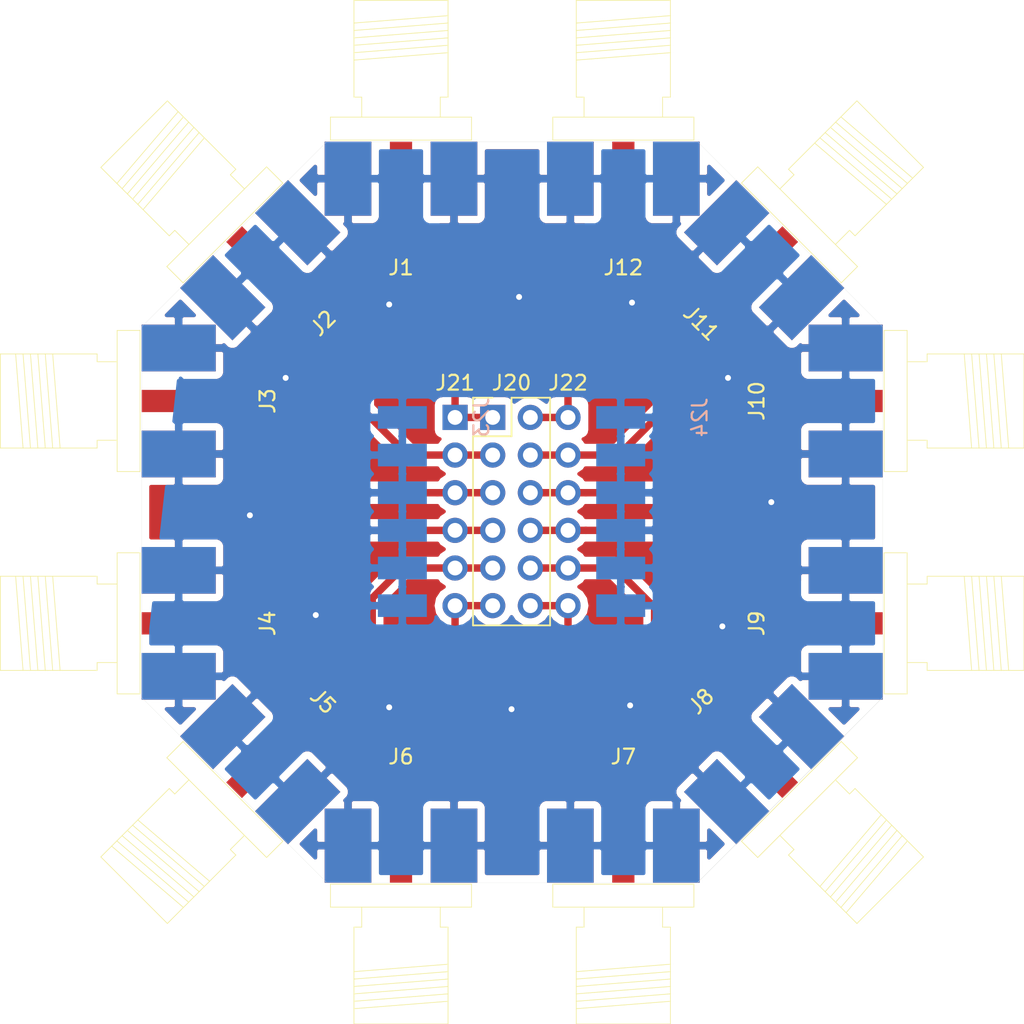
<source format=kicad_pcb>
(kicad_pcb (version 4) (host pcbnew 4.0.7)
  (layers (0 F.Cu signal) (31 B.Cu signal) (34 B.Paste user) (35 F.Paste user) (36 B.SilkS user) (37 F.SilkS user) (38 B.Mask user) (39 F.Mask user) (44 Edge.Cuts user))
  (net 0 "")
  (net 1 "Net-(J1-Pad1)")
  (net 2 "Net-(J2-Pad1)")
  (net 3 "Net-(J20-Pad5)")
  (net 4 "Net-(J20-Pad7)")
  (net 5 "Net-(J20-Pad8)")
  (net 6 "Net-(J20-Pad9)")
  (net 7 "Net-(J10-Pad1)")
  (net 8 "Net-(J11-Pad1)")
  (net 9 "Net-(J12-Pad1)")
  (net 10 "Net-(J20-Pad11)")
  (net 11 "Net-(J20-Pad12)")
  (net 12 "Net-(J20-Pad10)")
  (net 13 GND)
  (module Pin_Headers:Pin_Header_Straight_1x06_Pitch2.54mm (layer F.Cu) (at 48.768 38.608)
    (fp_text reference J22 (at 0 -2.33) (layer F.SilkS))
    (fp_text value Conn_01x06)
    (pad 1 thru_hole circle (at 0 0) (size 1.7 1.7) (drill 1) (layers *.Cu *.Mask) (net 9 "Net-(J12-Pad1)"))
    (pad 2 thru_hole oval (at 0 2.54) (size 1.7 1.7) (drill 1) (layers *.Cu *.Mask) (net 8 "Net-(J11-Pad1)"))
    (pad 3 thru_hole oval (at 0 5.08) (size 1.7 1.7) (drill 1) (layers *.Cu *.Mask) (net 7 "Net-(J10-Pad1)"))
    (pad 4 thru_hole oval (at 0 7.62) (size 1.7 1.7) (drill 1) (layers *.Cu *.Mask) (net 5 "Net-(J20-Pad8)"))
    (pad 5 thru_hole oval (at 0 10.16) (size 1.7 1.7) (drill 1) (layers *.Cu *.Mask) (net 12 "Net-(J20-Pad10)"))
    (pad 6 thru_hole oval (at 0 12.7) (size 1.7 1.7) (drill 1) (layers *.Cu *.Mask) (net 11 "Net-(J20-Pad12)"))
  )
  (module Pin_Headers:Pin_Header_Straight_1x06_Pitch2.54mm (layer F.Cu) (at 41.148 38.608)
    (fp_text reference J21 (at 0 -2.33) (layer F.SilkS))
    (fp_text value Conn_01x06)
    (pad 1 thru_hole rect (at 0 0) (size 1.7 1.7) (drill 1) (layers *.Cu *.Mask) (net 1 "Net-(J1-Pad1)"))
    (pad 2 thru_hole oval (at 0 2.54) (size 1.7 1.7) (drill 1) (layers *.Cu *.Mask) (net 2 "Net-(J2-Pad1)"))
    (pad 3 thru_hole oval (at 0 5.08) (size 1.7 1.7) (drill 1) (layers *.Cu *.Mask) (net 3 "Net-(J20-Pad5)"))
    (pad 4 thru_hole oval (at 0 7.62) (size 1.7 1.7) (drill 1) (layers *.Cu *.Mask) (net 4 "Net-(J20-Pad7)"))
    (pad 5 thru_hole oval (at 0 10.16) (size 1.7 1.7) (drill 1) (layers *.Cu *.Mask) (net 6 "Net-(J20-Pad9)"))
    (pad 6 thru_hole oval (at 0 12.7) (size 1.7 1.7) (drill 1) (layers *.Cu *.Mask) (net 10 "Net-(J20-Pad11)"))
  )
  (module 2.54mm_Pin_Headers:Edge_1x06 (layer B.Cu) (at 37.592 38.608 270)
    (fp_text reference J23 (at 0 -5.334 270) (layer B.SilkS) (effects (justify mirror)))
    (fp_text value Conn_01x06 hide)
    (pad 1 smd rect (at 0 0 270) (size 1.524 3.302) (layers B.Cu B.Paste B.Mask) (net 13 GND))
    (pad 2 smd rect (at 2.54 0 270) (size 1.524 3.302) (layers B.Cu B.Paste B.Mask) (net 13 GND))
    (pad 3 smd rect (at 5.08 0 270) (size 1.524 3.302) (layers B.Cu B.Paste B.Mask) (net 13 GND))
    (pad 4 smd rect (at 7.62 0 270) (size 1.524 3.302) (layers B.Cu B.Paste B.Mask) (net 13 GND))
    (pad 5 smd rect (at 10.16 0 270) (size 1.524 3.302) (layers B.Cu B.Paste B.Mask) (net 13 GND))
    (pad 6 smd rect (at 12.7 0 270) (size 1.524 3.302) (layers B.Cu B.Paste B.Mask) (net 13 GND))
  )
  (module 2.54mm_Pin_Headers:Edge_1x06 (layer B.Cu) (at 52.324 38.608 270)
    (fp_text reference J24 (at 0 -5.334 270) (layer B.SilkS) (effects (justify mirror)))
    (fp_text value Conn_01x06 hide)
    (pad 1 smd rect (at 0 0 270) (size 1.524 3.302) (layers B.Cu B.Paste B.Mask) (net 13 GND))
    (pad 2 smd rect (at 2.54 0 270) (size 1.524 3.302) (layers B.Cu B.Paste B.Mask) (net 13 GND))
    (pad 3 smd rect (at 5.08 0 270) (size 1.524 3.302) (layers B.Cu B.Paste B.Mask) (net 13 GND))
    (pad 4 smd rect (at 7.62 0 270) (size 1.524 3.302) (layers B.Cu B.Paste B.Mask) (net 13 GND))
    (pad 5 smd rect (at 10.16 0 270) (size 1.524 3.302) (layers B.Cu B.Paste B.Mask) (net 13 GND))
    (pad 6 smd rect (at 12.7 0 270) (size 1.524 3.302) (layers B.Cu B.Paste B.Mask) (net 13 GND))
  )
  (module Connectors:SMA_Board_Edge (layer F.Cu) (at 62 28 135)
    (fp_text reference J11 (at 0 -6 135) (layer F.SilkS))
    (fp_text value Conn_Coaxial)
    (pad 2 smd rect (at -3.575 0 135) (size 3.15 5) (layers *.Paste *.Mask B.Cu) (net 13 GND))
    (pad 2 smd rect (at -3.575 0 135) (size 3.15 5) (layers *.Paste *.Mask F.Cu) (net 13 GND))
    (pad 1 smd rect (at 0 0 135) (size 1.5 5) (layers F.Cu F.Paste F.Mask) (net 8 "Net-(J11-Pad1)"))
    (pad 2 smd rect (at 3.575 0 135) (size 3.15 5) (layers *.Paste *.Mask F.Cu) (net 13 GND))
    (pad 2 smd rect (at 3.575 0 135) (size 3.15 5) (layers *.Paste *.Mask B.Cu) (net 13 GND))
  )
  (module Connectors:SMA_Board_Edge (layer F.Cu) (at 28 28 225)
    (fp_text reference J2 (at 0 -6 225) (layer F.SilkS))
    (fp_text value Conn_Coaxial)
    (pad 2 smd rect (at -3.575 0 225) (size 3.15 5) (layers *.Paste *.Mask B.Cu) (net 13 GND))
    (pad 2 smd rect (at -3.575 0 225) (size 3.15 5) (layers *.Paste *.Mask F.Cu) (net 13 GND))
    (pad 1 smd rect (at 0 0 225) (size 1.5 5) (layers F.Cu F.Paste F.Mask) (net 2 "Net-(J2-Pad1)"))
    (pad 2 smd rect (at 3.575 0 225) (size 3.15 5) (layers *.Paste *.Mask F.Cu) (net 13 GND))
    (pad 2 smd rect (at 3.575 0 225) (size 3.15 5) (layers *.Paste *.Mask B.Cu) (net 13 GND))
  )
  (module Connectors:SMA_Board_Edge (layer F.Cu) (at 37.5 22.5 180)
    (fp_text reference J1 (at 0 -6 180) (layer F.SilkS))
    (fp_text value Conn_Coaxial)
    (pad 2 smd rect (at -3.575 0 180) (size 3.15 5) (layers *.Paste *.Mask B.Cu) (net 13 GND))
    (pad 2 smd rect (at -3.575 0 180) (size 3.15 5) (layers *.Paste *.Mask F.Cu) (net 13 GND))
    (pad 1 smd rect (at 0 0 180) (size 1.5 5) (layers F.Cu F.Paste F.Mask) (net 1 "Net-(J1-Pad1)"))
    (pad 2 smd rect (at 3.575 0 180) (size 3.15 5) (layers *.Paste *.Mask F.Cu) (net 13 GND))
    (pad 2 smd rect (at 3.575 0 180) (size 3.15 5) (layers *.Paste *.Mask B.Cu) (net 13 GND))
  )
  (module Connectors:SMA_Board_Edge (layer F.Cu) (at 22.5 37.5 270)
    (fp_text reference J3 (at 0 -6 270) (layer F.SilkS))
    (fp_text value Conn_Coaxial)
    (pad 2 smd rect (at -3.575 0 270) (size 3.15 5) (layers *.Paste *.Mask B.Cu) (net 13 GND))
    (pad 2 smd rect (at -3.575 0 270) (size 3.15 5) (layers *.Paste *.Mask F.Cu) (net 13 GND))
    (pad 1 smd rect (at 0 0 270) (size 1.5 5) (layers F.Cu F.Paste F.Mask) (net 3 "Net-(J20-Pad5)"))
    (pad 2 smd rect (at 3.575 0 270) (size 3.15 5) (layers *.Paste *.Mask F.Cu) (net 13 GND))
    (pad 2 smd rect (at 3.575 0 270) (size 3.15 5) (layers *.Paste *.Mask B.Cu) (net 13 GND))
  )
  (module Connectors:SMA_Board_Edge (layer F.Cu) (at 22.5 52.5 270)
    (fp_text reference J4 (at 0 -6 270) (layer F.SilkS))
    (fp_text value Conn_Coaxial)
    (pad 2 smd rect (at -3.575 0 270) (size 3.15 5) (layers *.Paste *.Mask B.Cu) (net 13 GND))
    (pad 2 smd rect (at -3.575 0 270) (size 3.15 5) (layers *.Paste *.Mask F.Cu) (net 13 GND))
    (pad 1 smd rect (at 0 0 270) (size 1.5 5) (layers F.Cu F.Paste F.Mask) (net 4 "Net-(J20-Pad7)"))
    (pad 2 smd rect (at 3.575 0 270) (size 3.15 5) (layers *.Paste *.Mask F.Cu) (net 13 GND))
    (pad 2 smd rect (at 3.575 0 270) (size 3.15 5) (layers *.Paste *.Mask B.Cu) (net 13 GND))
  )
  (module Connectors:SMA_Board_Edge (layer F.Cu) (at 28 62 315)
    (fp_text reference J5 (at 0 -6 315) (layer F.SilkS))
    (fp_text value Conn_Coaxial)
    (pad 2 smd rect (at -3.575 0 315) (size 3.15 5) (layers *.Paste *.Mask B.Cu) (net 13 GND))
    (pad 2 smd rect (at -3.575 0 315) (size 3.15 5) (layers *.Paste *.Mask F.Cu) (net 13 GND))
    (pad 1 smd rect (at 0 0 315) (size 1.5 5) (layers F.Cu F.Paste F.Mask) (net 6 "Net-(J20-Pad9)"))
    (pad 2 smd rect (at 3.575 0 315) (size 3.15 5) (layers *.Paste *.Mask F.Cu) (net 13 GND))
    (pad 2 smd rect (at 3.575 0 315) (size 3.15 5) (layers *.Paste *.Mask B.Cu) (net 13 GND))
  )
  (module Connectors:SMA_Board_Edge (layer F.Cu) (at 37.5 67.5)
    (fp_text reference J6 (at 0 -6) (layer F.SilkS))
    (fp_text value Conn_Coaxial)
    (pad 2 smd rect (at -3.575 0) (size 3.15 5) (layers *.Paste *.Mask B.Cu) (net 13 GND))
    (pad 2 smd rect (at -3.575 0) (size 3.15 5) (layers *.Paste *.Mask F.Cu) (net 13 GND))
    (pad 1 smd rect (at 0 0) (size 1.5 5) (layers F.Cu F.Paste F.Mask) (net 10 "Net-(J20-Pad11)"))
    (pad 2 smd rect (at 3.575 0) (size 3.15 5) (layers *.Paste *.Mask F.Cu) (net 13 GND))
    (pad 2 smd rect (at 3.575 0) (size 3.15 5) (layers *.Paste *.Mask B.Cu) (net 13 GND))
  )
  (module Connectors:SMA_Board_Edge (layer F.Cu) (at 52.5 67.5)
    (fp_text reference J7 (at 0 -6) (layer F.SilkS))
    (fp_text value Conn_Coaxial)
    (pad 2 smd rect (at -3.575 0) (size 3.15 5) (layers *.Paste *.Mask B.Cu) (net 13 GND))
    (pad 2 smd rect (at -3.575 0) (size 3.15 5) (layers *.Paste *.Mask F.Cu) (net 13 GND))
    (pad 1 smd rect (at 0 0) (size 1.5 5) (layers F.Cu F.Paste F.Mask) (net 11 "Net-(J20-Pad12)"))
    (pad 2 smd rect (at 3.575 0) (size 3.15 5) (layers *.Paste *.Mask F.Cu) (net 13 GND))
    (pad 2 smd rect (at 3.575 0) (size 3.15 5) (layers *.Paste *.Mask B.Cu) (net 13 GND))
  )
  (module Connectors:SMA_Board_Edge (layer F.Cu) (at 62 62 45)
    (fp_text reference J8 (at 0 -6 45) (layer F.SilkS))
    (fp_text value Conn_Coaxial)
    (pad 2 smd rect (at -3.575 0 45) (size 3.15 5) (layers *.Paste *.Mask B.Cu) (net 13 GND))
    (pad 2 smd rect (at -3.575 0 45) (size 3.15 5) (layers *.Paste *.Mask F.Cu) (net 13 GND))
    (pad 1 smd rect (at 0 0 45) (size 1.5 5) (layers F.Cu F.Paste F.Mask) (net 12 "Net-(J20-Pad10)"))
    (pad 2 smd rect (at 3.575 0 45) (size 3.15 5) (layers *.Paste *.Mask F.Cu) (net 13 GND))
    (pad 2 smd rect (at 3.575 0 45) (size 3.15 5) (layers *.Paste *.Mask B.Cu) (net 13 GND))
  )
  (module Connectors:SMA_Board_Edge (layer F.Cu) (at 67.5 52.5 90)
    (fp_text reference J9 (at 0 -6 90) (layer F.SilkS))
    (fp_text value Conn_Coaxial)
    (pad 2 smd rect (at -3.575 0 90) (size 3.15 5) (layers *.Paste *.Mask B.Cu) (net 13 GND))
    (pad 2 smd rect (at -3.575 0 90) (size 3.15 5) (layers *.Paste *.Mask F.Cu) (net 13 GND))
    (pad 1 smd rect (at 0 0 90) (size 1.5 5) (layers F.Cu F.Paste F.Mask) (net 5 "Net-(J20-Pad8)"))
    (pad 2 smd rect (at 3.575 0 90) (size 3.15 5) (layers *.Paste *.Mask F.Cu) (net 13 GND))
    (pad 2 smd rect (at 3.575 0 90) (size 3.15 5) (layers *.Paste *.Mask B.Cu) (net 13 GND))
  )
  (module Connectors:SMA_Board_Edge (layer F.Cu) (at 67.5 37.5 90)
    (fp_text reference J10 (at 0 -6 90) (layer F.SilkS))
    (fp_text value Conn_Coaxial)
    (pad 2 smd rect (at -3.575 0 90) (size 3.15 5) (layers *.Paste *.Mask B.Cu) (net 13 GND))
    (pad 2 smd rect (at -3.575 0 90) (size 3.15 5) (layers *.Paste *.Mask F.Cu) (net 13 GND))
    (pad 1 smd rect (at 0 0 90) (size 1.5 5) (layers F.Cu F.Paste F.Mask) (net 7 "Net-(J10-Pad1)"))
    (pad 2 smd rect (at 3.575 0 90) (size 3.15 5) (layers *.Paste *.Mask F.Cu) (net 13 GND))
    (pad 2 smd rect (at 3.575 0 90) (size 3.15 5) (layers *.Paste *.Mask B.Cu) (net 13 GND))
  )
  (module Connectors:SMA_Board_Edge (layer F.Cu) (at 52.5 22.5 180)
    (fp_text reference J12 (at 0 -6 180) (layer F.SilkS))
    (fp_text value Conn_Coaxial)
    (pad 2 smd rect (at -3.575 0 180) (size 3.15 5) (layers *.Paste *.Mask B.Cu) (net 13 GND))
    (pad 2 smd rect (at -3.575 0 180) (size 3.15 5) (layers *.Paste *.Mask F.Cu) (net 13 GND))
    (pad 1 smd rect (at 0 0 180) (size 1.5 5) (layers F.Cu F.Paste F.Mask) (net 9 "Net-(J12-Pad1)"))
    (pad 2 smd rect (at 3.575 0 180) (size 3.15 5) (layers *.Paste *.Mask F.Cu) (net 13 GND))
    (pad 2 smd rect (at 3.575 0 180) (size 3.15 5) (layers *.Paste *.Mask B.Cu) (net 13 GND))
  )
  (module Pin_Headers:Pin_Header_Straight_2x06_Pitch2.54mm (layer F.Cu) (at 43.688 38.608)
    (fp_text reference J20 (at 1.27 -2.33) (layer F.SilkS))
    (fp_text value Conn_02x06_Counter_Clockwise)
    (pad 1 thru_hole rect (at 0 0) (size 1.7 1.7) (drill 1) (layers *.Cu *.Mask) (net 1 "Net-(J1-Pad1)"))
    (pad 2 thru_hole oval (at 2.54 0) (size 1.7 1.7) (drill 1) (layers *.Cu *.Mask) (net 9 "Net-(J12-Pad1)"))
    (pad 3 thru_hole oval (at 0 2.54) (size 1.7 1.7) (drill 1) (layers *.Cu *.Mask) (net 2 "Net-(J2-Pad1)"))
    (pad 4 thru_hole oval (at 2.54 2.54) (size 1.7 1.7) (drill 1) (layers *.Cu *.Mask) (net 8 "Net-(J11-Pad1)"))
    (pad 5 thru_hole oval (at 0 5.08) (size 1.7 1.7) (drill 1) (layers *.Cu *.Mask) (net 3 "Net-(J20-Pad5)"))
    (pad 6 thru_hole oval (at 2.54 5.08) (size 1.7 1.7) (drill 1) (layers *.Cu *.Mask) (net 7 "Net-(J10-Pad1)"))
    (pad 7 thru_hole oval (at 0 7.62) (size 1.7 1.7) (drill 1) (layers *.Cu *.Mask) (net 4 "Net-(J20-Pad7)"))
    (pad 8 thru_hole oval (at 2.54 7.62) (size 1.7 1.7) (drill 1) (layers *.Cu *.Mask) (net 5 "Net-(J20-Pad8)"))
    (pad 9 thru_hole oval (at 0 10.16) (size 1.7 1.7) (drill 1) (layers *.Cu *.Mask) (net 6 "Net-(J20-Pad9)"))
    (pad 10 thru_hole oval (at 2.54 10.16) (size 1.7 1.7) (drill 1) (layers *.Cu *.Mask) (net 12 "Net-(J20-Pad10)"))
    (pad 11 thru_hole oval (at 0 12.7) (size 1.7 1.7) (drill 1) (layers *.Cu *.Mask) (net 10 "Net-(J20-Pad11)"))
    (pad 12 thru_hole oval (at 2.54 12.7) (size 1.7 1.7) (drill 1) (layers *.Cu *.Mask) (net 11 "Net-(J20-Pad12)"))
  )
  (gr_line (start 32.5 20) (end 57.5 20) (angle 90) (layer Edge.Cuts) (width 0.01))
  (gr_line (start 20 57.5) (end 20 32.5) (angle 90) (layer Edge.Cuts) (width 0.01))
  (gr_line (start 57.5 70) (end 32.5 70) (angle 90) (layer Edge.Cuts) (width 0.01))
  (gr_line (start 70 57.5) (end 57.5 70) (angle 90) (layer Edge.Cuts) (width 0.01))
  (gr_line (start 70 32.5) (end 70 57.5) (angle 90) (layer Edge.Cuts) (width 0.01))
  (gr_line (start 20 32.5) (end 32.5 20) (angle 90) (layer Edge.Cuts) (width 0.01))
  (gr_line (start 57.5 20) (end 70 32.5) (angle 90) (layer Edge.Cuts) (width 0.01))
  (gr_line (start 70 57.5) (end 57.5 70) (angle 90) (layer Edge.Cuts) (width 0.01))
  (gr_line (start 32.5 70) (end 20 57.5) (angle 90) (layer Edge.Cuts) (width 0.01))
  (via (at 62.484 44.323) (size 0.6) (drill 0.4) (layers F.Cu B.Cu) (net 0))
  (via (at 59.182 52.705) (size 0.6) (drill 0.4) (layers F.Cu B.Cu) (net 0))
  (via (at 52.959 58.039) (size 0.6) (drill 0.4) (layers F.Cu B.Cu) (net 0))
  (via (at 44.958 58.293) (size 0.6) (drill 0.4) (layers F.Cu B.Cu) (net 0))
  (via (at 36.703 58.166) (size 0.6) (drill 0.4) (layers F.Cu B.Cu) (net 0))
  (via (at 31.75 51.943) (size 0.6) (drill 0.4) (layers F.Cu B.Cu) (net 0))
  (via (at 27.305 45.212) (size 0.6) (drill 0.4) (layers F.Cu B.Cu) (net 0))
  (via (at 29.718 35.941) (size 0.6) (drill 0.4) (layers F.Cu B.Cu) (net 0))
  (via (at 36.703 30.988) (size 0.6) (drill 0.4) (layers F.Cu B.Cu) (net 0))
  (via (at 45.466 30.48) (size 0.6) (drill 0.4) (layers F.Cu B.Cu) (net 0))
  (via (at 53.086 30.861) (size 0.6) (drill 0.4) (layers F.Cu B.Cu) (net 0))
  (via (at 59.563 35.941) (size 0.6) (drill 0.4) (layers F.Cu B.Cu) (net 0))
  (segment (start 41.148 38.608) (end 43.688 38.608) (width 0.5) (layer F.Cu) (net 1))
  (segment (start 40.610293 30.310136) (end 40.539191 30.354813) (width 0.5) (layer F.Cu) (net 1))
  (segment (start 37.5 22.5) (end 37.5 24.25) (width 0.5) (layer F.Cu) (net 1))
  (segment (start 41.685707 31.310136) (end 41.756809 31.354813) (width 0.5) (layer F.Cu) (net 1))
  (segment (start 41.606446 31.282402) (end 41.685707 31.310136) (width 0.5) (layer F.Cu) (net 1))
  (segment (start 40.479813 29.131808) (end 40.539191 29.191186) (width 0.5) (layer F.Cu) (net 1))
  (segment (start 41.860864 29.485293) (end 41.888598 29.564554) (width 0.5) (layer F.Cu) (net 1))
  (segment (start 37.5 24.25) (end 41.148 27.898) (width 0.5) (layer F.Cu) (net 1))
  (segment (start 41.066186 28.131808) (end 41.006808 28.191186) (width 0.5) (layer F.Cu) (net 1))
  (segment (start 41.523 29.273) (end 41.606446 29.282402) (width 0.5) (layer F.Cu) (net 1))
  (segment (start 41.148 27.898) (end 41.138597 27.981445) (width 0.5) (layer F.Cu) (net 1))
  (segment (start 41.148 33.966435) (end 41.148 38.608) (width 0.5) (layer F.Cu) (net 1))
  (segment (start 41.138597 27.981445) (end 41.110863 28.060706) (width 0.5) (layer F.Cu) (net 1))
  (segment (start 41.110863 28.060706) (end 41.066186 28.131808) (width 0.5) (layer F.Cu) (net 1))
  (segment (start 40.689554 31.263597) (end 40.773 31.273) (width 0.5) (layer F.Cu) (net 1))
  (segment (start 41.888598 29.564554) (end 41.898 29.648) (width 0.5) (layer F.Cu) (net 1))
  (segment (start 40.689554 28.282402) (end 40.610293 28.310136) (width 0.5) (layer F.Cu) (net 1))
  (segment (start 41.006808 28.191186) (end 40.935706 28.235863) (width 0.5) (layer F.Cu) (net 1))
  (segment (start 41.523 30.273) (end 40.773 30.273) (width 0.5) (layer F.Cu) (net 1))
  (segment (start 40.435136 31.060706) (end 40.479813 31.131808) (width 0.5) (layer F.Cu) (net 1))
  (segment (start 41.816187 32.131808) (end 41.756809 32.191186) (width 0.5) (layer F.Cu) (net 1))
  (segment (start 41.860864 31.485293) (end 41.888598 31.564554) (width 0.5) (layer F.Cu) (net 1))
  (segment (start 40.856445 28.263597) (end 40.689554 28.282402) (width 0.5) (layer F.Cu) (net 1))
  (segment (start 41.685707 29.310136) (end 41.756809 29.354813) (width 0.5) (layer F.Cu) (net 1))
  (segment (start 40.935706 28.235863) (end 40.856445 28.263597) (width 0.5) (layer F.Cu) (net 1))
  (segment (start 40.407402 28.564554) (end 40.398 28.648) (width 0.5) (layer F.Cu) (net 1))
  (segment (start 40.479813 28.414191) (end 40.435136 28.485293) (width 0.5) (layer F.Cu) (net 1))
  (segment (start 41.606446 32.263597) (end 41.439555 32.282402) (width 0.5) (layer F.Cu) (net 1))
  (segment (start 40.407402 28.981445) (end 40.435136 29.060706) (width 0.5) (layer F.Cu) (net 1))
  (segment (start 41.685707 30.235863) (end 41.606446 30.263597) (width 0.5) (layer F.Cu) (net 1))
  (segment (start 40.610293 28.310136) (end 40.539191 28.354813) (width 0.5) (layer F.Cu) (net 1))
  (segment (start 40.539191 28.354813) (end 40.479813 28.414191) (width 0.5) (layer F.Cu) (net 1))
  (segment (start 40.435136 28.485293) (end 40.407402 28.564554) (width 0.5) (layer F.Cu) (net 1))
  (segment (start 41.816187 30.131808) (end 41.756809 30.191186) (width 0.5) (layer F.Cu) (net 1))
  (segment (start 40.773 30.273) (end 40.689554 30.282402) (width 0.5) (layer F.Cu) (net 1))
  (segment (start 40.398 28.648) (end 40.398 28.898) (width 0.5) (layer F.Cu) (net 1))
  (segment (start 41.439555 32.282402) (end 41.360294 32.310136) (width 0.5) (layer F.Cu) (net 1))
  (segment (start 40.398 28.898) (end 40.407402 28.981445) (width 0.5) (layer F.Cu) (net 1))
  (segment (start 40.435136 29.060706) (end 40.479813 29.131808) (width 0.5) (layer F.Cu) (net 1))
  (segment (start 40.539191 29.191186) (end 40.610293 29.235863) (width 0.5) (layer F.Cu) (net 1))
  (segment (start 40.435136 30.485293) (end 40.407402 30.564554) (width 0.5) (layer F.Cu) (net 1))
  (segment (start 40.610293 29.235863) (end 40.689554 29.263597) (width 0.5) (layer F.Cu) (net 1))
  (segment (start 40.398 30.898) (end 40.407402 30.981445) (width 0.5) (layer F.Cu) (net 1))
  (segment (start 40.689554 29.263597) (end 40.773 29.273) (width 0.5) (layer F.Cu) (net 1))
  (segment (start 40.773 29.273) (end 41.523 29.273) (width 0.5) (layer F.Cu) (net 1))
  (segment (start 41.606446 29.282402) (end 41.685707 29.310136) (width 0.5) (layer F.Cu) (net 1))
  (segment (start 41.756809 29.354813) (end 41.816187 29.414191) (width 0.5) (layer F.Cu) (net 1))
  (segment (start 41.816187 29.414191) (end 41.860864 29.485293) (width 0.5) (layer F.Cu) (net 1))
  (segment (start 41.148 32.648) (end 41.148 33.966435) (width 0.5) (layer F.Cu) (net 1))
  (segment (start 41.898 29.648) (end 41.898 29.898) (width 0.5) (layer F.Cu) (net 1))
  (segment (start 40.407402 30.564554) (end 40.398 30.648) (width 0.5) (layer F.Cu) (net 1))
  (segment (start 40.539191 31.191186) (end 40.610293 31.235863) (width 0.5) (layer F.Cu) (net 1))
  (segment (start 41.898 29.898) (end 41.888598 29.981445) (width 0.5) (layer F.Cu) (net 1))
  (segment (start 41.888598 29.981445) (end 41.860864 30.060706) (width 0.5) (layer F.Cu) (net 1))
  (segment (start 41.289192 32.354813) (end 41.229814 32.414191) (width 0.5) (layer F.Cu) (net 1))
  (segment (start 41.860864 30.060706) (end 41.816187 30.131808) (width 0.5) (layer F.Cu) (net 1))
  (segment (start 41.756809 30.191186) (end 41.685707 30.235863) (width 0.5) (layer F.Cu) (net 1))
  (segment (start 41.756809 32.191186) (end 41.685707 32.235863) (width 0.5) (layer F.Cu) (net 1))
  (segment (start 41.606446 30.263597) (end 41.523 30.273) (width 0.5) (layer F.Cu) (net 1))
  (segment (start 40.689554 30.282402) (end 40.610293 30.310136) (width 0.5) (layer F.Cu) (net 1))
  (segment (start 40.539191 30.354813) (end 40.479813 30.414191) (width 0.5) (layer F.Cu) (net 1))
  (segment (start 41.898 31.648) (end 41.898 31.898) (width 0.5) (layer F.Cu) (net 1))
  (segment (start 40.479813 30.414191) (end 40.435136 30.485293) (width 0.5) (layer F.Cu) (net 1))
  (segment (start 40.773 31.273) (end 41.523 31.273) (width 0.5) (layer F.Cu) (net 1))
  (segment (start 40.398 30.648) (end 40.398 30.898) (width 0.5) (layer F.Cu) (net 1))
  (segment (start 41.898 31.898) (end 41.888598 31.981445) (width 0.5) (layer F.Cu) (net 1))
  (segment (start 40.407402 30.981445) (end 40.435136 31.060706) (width 0.5) (layer F.Cu) (net 1))
  (segment (start 40.479813 31.131808) (end 40.539191 31.191186) (width 0.5) (layer F.Cu) (net 1))
  (segment (start 40.610293 31.235863) (end 40.689554 31.263597) (width 0.5) (layer F.Cu) (net 1))
  (segment (start 41.523 31.273) (end 41.606446 31.282402) (width 0.5) (layer F.Cu) (net 1))
  (segment (start 41.756809 31.354813) (end 41.816187 31.414191) (width 0.5) (layer F.Cu) (net 1))
  (segment (start 41.816187 31.414191) (end 41.860864 31.485293) (width 0.5) (layer F.Cu) (net 1))
  (segment (start 41.888598 31.564554) (end 41.898 31.648) (width 0.5) (layer F.Cu) (net 1))
  (segment (start 41.888598 31.981445) (end 41.860864 32.060706) (width 0.5) (layer F.Cu) (net 1))
  (segment (start 41.860864 32.060706) (end 41.816187 32.131808) (width 0.5) (layer F.Cu) (net 1))
  (segment (start 41.685707 32.235863) (end 41.606446 32.263597) (width 0.5) (layer F.Cu) (net 1))
  (segment (start 41.360294 32.310136) (end 41.289192 32.354813) (width 0.5) (layer F.Cu) (net 1))
  (segment (start 41.229814 32.414191) (end 41.185137 32.485293) (width 0.5) (layer F.Cu) (net 1))
  (segment (start 41.185137 32.485293) (end 41.157403 32.564554) (width 0.5) (layer F.Cu) (net 1))
  (segment (start 41.157403 32.564554) (end 41.148 32.648) (width 0.5) (layer F.Cu) (net 1))
  (segment (start 41.148 41.148) (end 43.688 41.148) (width 0.5) (layer F.Cu) (net 2))
  (segment (start 28 28) (end 30.48 30.48) (width 0.5) (layer F.Cu) (net 2))
  (segment (start 31.261351 31.261351) (end 31.335281 31.187422) (width 0.5) (layer F.Cu) (net 2))
  (segment (start 30.504755 30.519398) (end 30.509965 30.542223) (width 0.5) (layer F.Cu) (net 2))
  (segment (start 31.374678 31.162666) (end 31.397502 31.157455) (width 0.5) (layer F.Cu) (net 2))
  (segment (start 31.397502 31.157455) (end 31.420914 31.157455) (width 0.5) (layer F.Cu) (net 2))
  (segment (start 30.48 30.48) (end 30.494597 30.498304) (width 0.5) (layer F.Cu) (net 2))
  (segment (start 31.039247 31.334963) (end 31.057552 31.349561) (width 0.5) (layer F.Cu) (net 2))
  (segment (start 31.147708 31.359719) (end 31.168802 31.349561) (width 0.5) (layer F.Cu) (net 2))
  (segment (start 30.494597 30.498304) (end 30.504755 30.519398) (width 0.5) (layer F.Cu) (net 2))
  (segment (start 33.471193 33.290432) (end 33.456595 33.308736) (width 0.5) (layer F.Cu) (net 2))
  (segment (start 31.078646 31.359719) (end 31.101471 31.364929) (width 0.5) (layer F.Cu) (net 2))
  (segment (start 31.879929 32.060689) (end 31.869771 32.081783) (width 0.5) (layer F.Cu) (net 2))
  (segment (start 30.509965 30.542223) (end 30.509965 30.565635) (width 0.5) (layer F.Cu) (net 2))
  (segment (start 30.509965 30.565635) (end 30.504755 30.58846) (width 0.5) (layer F.Cu) (net 2))
  (segment (start 30.504755 30.58846) (end 30.494597 30.609554) (width 0.5) (layer F.Cu) (net 2))
  (segment (start 31.057552 31.349561) (end 31.078646 31.359719) (width 0.5) (layer F.Cu) (net 2))
  (segment (start 31.335281 31.187422) (end 31.353584 31.172824) (width 0.5) (layer F.Cu) (net 2))
  (segment (start 31.187106 31.334963) (end 31.261035 31.261033) (width 0.5) (layer F.Cu) (net 2))
  (segment (start 30.494597 30.609554) (end 30.465402 30.646162) (width 0.5) (layer F.Cu) (net 2))
  (segment (start 31.869771 32.150846) (end 31.879929 32.171939) (width 0.5) (layer F.Cu) (net 2))
  (segment (start 34.925 38.1) (end 37.973 41.148) (width 0.5) (layer F.Cu) (net 2))
  (segment (start 32.601632 32.749491) (end 32.749491 32.601632) (width 0.5) (layer F.Cu) (net 2))
  (segment (start 30.455244 30.667256) (end 30.450034 30.690081) (width 0.5) (layer F.Cu) (net 2))
  (segment (start 32.562234 32.774247) (end 32.583328 32.764089) (width 0.5) (layer F.Cu) (net 2))
  (segment (start 31.864561 32.104608) (end 31.864561 32.12802) (width 0.5) (layer F.Cu) (net 2))
  (segment (start 30.465402 30.646162) (end 30.455244 30.667256) (width 0.5) (layer F.Cu) (net 2))
  (segment (start 33.486562 33.223102) (end 33.486562 33.246514) (width 0.5) (layer F.Cu) (net 2))
  (segment (start 33.278771 33.518818) (end 33.278771 33.54223) (width 0.5) (layer F.Cu) (net 2))
  (segment (start 33.308736 33.604454) (end 33.867983 34.163701) (width 0.5) (layer F.Cu) (net 2))
  (segment (start 30.450034 30.690081) (end 30.450034 30.713493) (width 0.5) (layer F.Cu) (net 2))
  (segment (start 32.072352 31.832304) (end 32.067141 31.855128) (width 0.5) (layer F.Cu) (net 2))
  (segment (start 30.450034 30.713493) (end 30.455244 30.736318) (width 0.5) (layer F.Cu) (net 2))
  (segment (start 30.455244 30.736318) (end 30.465402 30.757412) (width 0.5) (layer F.Cu) (net 2))
  (segment (start 33.481351 33.269338) (end 33.471193 33.290432) (width 0.5) (layer F.Cu) (net 2))
  (segment (start 30.465402 30.757412) (end 30.48 30.775716) (width 0.5) (layer F.Cu) (net 2))
  (segment (start 31.124883 31.364929) (end 31.147708 31.359719) (width 0.5) (layer F.Cu) (net 2))
  (segment (start 30.48 30.775716) (end 31.039247 31.334963) (width 0.5) (layer F.Cu) (net 2))
  (segment (start 33.953619 34.193667) (end 33.976444 34.188457) (width 0.5) (layer F.Cu) (net 2))
  (segment (start 31.483139 31.187421) (end 32.042386 31.746668) (width 0.5) (layer F.Cu) (net 2))
  (segment (start 31.101471 31.364929) (end 31.124883 31.364929) (width 0.5) (layer F.Cu) (net 2))
  (segment (start 31.168802 31.349561) (end 31.187106 31.334963) (width 0.5) (layer F.Cu) (net 2))
  (segment (start 32.472078 32.764089) (end 32.493172 32.774247) (width 0.5) (layer F.Cu) (net 2))
  (segment (start 31.261035 31.261033) (end 31.261351 31.261351) (width 0.5) (layer F.Cu) (net 2))
  (segment (start 31.353584 31.172824) (end 31.374678 31.162666) (width 0.5) (layer F.Cu) (net 2))
  (segment (start 34.034146 34.149103) (end 34.05524 34.138945) (width 0.5) (layer F.Cu) (net 2))
  (segment (start 32.056983 31.876222) (end 32.042385 31.894526) (width 0.5) (layer F.Cu) (net 2))
  (segment (start 32.067141 31.786066) (end 32.072352 31.808892) (width 0.5) (layer F.Cu) (net 2))
  (segment (start 31.420914 31.157455) (end 31.44374 31.162665) (width 0.5) (layer F.Cu) (net 2))
  (segment (start 32.042385 31.894526) (end 31.894526 32.042385) (width 0.5) (layer F.Cu) (net 2))
  (segment (start 31.44374 31.162665) (end 31.464834 31.172824) (width 0.5) (layer F.Cu) (net 2))
  (segment (start 31.464834 31.172824) (end 31.483139 31.187421) (width 0.5) (layer F.Cu) (net 2))
  (segment (start 32.072352 31.808892) (end 32.072352 31.832304) (width 0.5) (layer F.Cu) (net 2))
  (segment (start 32.042386 31.746668) (end 32.056983 31.764972) (width 0.5) (layer F.Cu) (net 2))
  (segment (start 34.101477 34.133735) (end 34.124302 34.138945) (width 0.5) (layer F.Cu) (net 2))
  (segment (start 32.056983 31.764972) (end 32.067141 31.786066) (width 0.5) (layer F.Cu) (net 2))
  (segment (start 32.067141 31.855128) (end 32.056983 31.876222) (width 0.5) (layer F.Cu) (net 2))
  (segment (start 32.879044 32.587034) (end 32.897349 32.601631) (width 0.5) (layer F.Cu) (net 2))
  (segment (start 31.879929 32.171939) (end 31.894526 32.190244) (width 0.5) (layer F.Cu) (net 2))
  (segment (start 31.894526 32.042385) (end 31.879929 32.060689) (width 0.5) (layer F.Cu) (net 2))
  (segment (start 32.788888 32.576876) (end 32.811712 32.571665) (width 0.5) (layer F.Cu) (net 2))
  (segment (start 31.894526 32.190244) (end 32.453773 32.749491) (width 0.5) (layer F.Cu) (net 2))
  (segment (start 31.869771 32.081783) (end 31.864561 32.104608) (width 0.5) (layer F.Cu) (net 2))
  (segment (start 31.864561 32.12802) (end 31.869771 32.150846) (width 0.5) (layer F.Cu) (net 2))
  (segment (start 34.1637 34.163701) (end 34.925 34.925) (width 0.5) (layer F.Cu) (net 2))
  (segment (start 32.453773 32.749491) (end 32.472078 32.764089) (width 0.5) (layer F.Cu) (net 2))
  (segment (start 32.493172 32.774247) (end 32.515997 32.779457) (width 0.5) (layer F.Cu) (net 2))
  (segment (start 32.515997 32.779457) (end 32.539409 32.779457) (width 0.5) (layer F.Cu) (net 2))
  (segment (start 32.539409 32.779457) (end 32.562234 32.774247) (width 0.5) (layer F.Cu) (net 2))
  (segment (start 33.456596 33.160878) (end 33.471193 33.179182) (width 0.5) (layer F.Cu) (net 2))
  (segment (start 32.583328 32.764089) (end 32.601632 32.749491) (width 0.5) (layer F.Cu) (net 2))
  (segment (start 33.283981 33.495993) (end 33.278771 33.518818) (width 0.5) (layer F.Cu) (net 2))
  (segment (start 32.749491 32.601632) (end 32.767794 32.587034) (width 0.5) (layer F.Cu) (net 2))
  (segment (start 32.767794 32.587034) (end 32.788888 32.576876) (width 0.5) (layer F.Cu) (net 2))
  (segment (start 32.811712 32.571665) (end 32.835124 32.571665) (width 0.5) (layer F.Cu) (net 2))
  (segment (start 33.294139 33.474899) (end 33.283981 33.495993) (width 0.5) (layer F.Cu) (net 2))
  (segment (start 32.835124 32.571665) (end 32.85795 32.576875) (width 0.5) (layer F.Cu) (net 2))
  (segment (start 37.973 41.148) (end 41.148 41.148) (width 0.5) (layer F.Cu) (net 2))
  (segment (start 32.85795 32.576875) (end 32.879044 32.587034) (width 0.5) (layer F.Cu) (net 2))
  (segment (start 32.897349 32.601631) (end 33.456596 33.160878) (width 0.5) (layer F.Cu) (net 2))
  (segment (start 33.471193 33.179182) (end 33.481351 33.200276) (width 0.5) (layer F.Cu) (net 2))
  (segment (start 33.481351 33.200276) (end 33.486562 33.223102) (width 0.5) (layer F.Cu) (net 2))
  (segment (start 33.456595 33.308736) (end 33.308736 33.456595) (width 0.5) (layer F.Cu) (net 2))
  (segment (start 33.486562 33.246514) (end 33.481351 33.269338) (width 0.5) (layer F.Cu) (net 2))
  (segment (start 33.308736 33.456595) (end 33.294139 33.474899) (width 0.5) (layer F.Cu) (net 2))
  (segment (start 33.278771 33.54223) (end 33.283981 33.565056) (width 0.5) (layer F.Cu) (net 2))
  (segment (start 33.283981 33.565056) (end 33.294139 33.586149) (width 0.5) (layer F.Cu) (net 2))
  (segment (start 33.294139 33.586149) (end 33.308736 33.604454) (width 0.5) (layer F.Cu) (net 2))
  (segment (start 33.867983 34.163701) (end 33.886288 34.178299) (width 0.5) (layer F.Cu) (net 2))
  (segment (start 33.886288 34.178299) (end 33.907382 34.188457) (width 0.5) (layer F.Cu) (net 2))
  (segment (start 33.907382 34.188457) (end 33.930207 34.193667) (width 0.5) (layer F.Cu) (net 2))
  (segment (start 33.930207 34.193667) (end 33.953619 34.193667) (width 0.5) (layer F.Cu) (net 2))
  (segment (start 33.976444 34.188457) (end 33.997538 34.178299) (width 0.5) (layer F.Cu) (net 2))
  (segment (start 33.997538 34.178299) (end 34.034146 34.149103) (width 0.5) (layer F.Cu) (net 2))
  (segment (start 34.05524 34.138945) (end 34.078065 34.133735) (width 0.5) (layer F.Cu) (net 2))
  (segment (start 34.078065 34.133735) (end 34.101477 34.133735) (width 0.5) (layer F.Cu) (net 2))
  (segment (start 34.124302 34.138945) (end 34.145396 34.149103) (width 0.5) (layer F.Cu) (net 2))
  (segment (start 34.145396 34.149103) (end 34.1637 34.163701) (width 0.5) (layer F.Cu) (net 2))
  (segment (start 34.925 34.925) (end 34.925 38.1) (width 0.5) (layer F.Cu) (net 2))
  (segment (start 41.148 43.688) (end 43.688 43.688) (width 0.5) (layer F.Cu) (net 3))
  (segment (start 22.5 37.5) (end 25.5 37.5) (width 0.5) (layer F.Cu) (net 3))
  (segment (start 28.760941 40.978077) (end 28.760941 40.999254) (width 0.5) (layer F.Cu) (net 3))
  (segment (start 28.765654 41.0199) (end 28.774842 41.038981) (width 0.5) (layer F.Cu) (net 3))
  (segment (start 27.383203 39.386557) (end 27.392392 39.405637) (width 0.5) (layer F.Cu) (net 3))
  (segment (start 25.5 37.5) (end 27.37 39.37) (width 0.5) (layer F.Cu) (net 3))
  (segment (start 27.37 39.37) (end 27.383203 39.386557) (width 0.5) (layer F.Cu) (net 3))
  (segment (start 27.342894 39.560029) (end 27.342894 39.581206) (width 0.5) (layer F.Cu) (net 3))
  (segment (start 27.392392 39.405637) (end 27.397104 39.426283) (width 0.5) (layer F.Cu) (net 3))
  (segment (start 28.020821 40.237956) (end 28.041468 40.233244) (width 0.5) (layer F.Cu) (net 3))
  (segment (start 27.397104 39.426283) (end 27.397104 39.447461) (width 0.5) (layer F.Cu) (net 3))
  (segment (start 27.397104 39.447461) (end 27.392392 39.468107) (width 0.5) (layer F.Cu) (net 3))
  (segment (start 29.628897 41.628898) (end 31.688 43.688) (width 0.5) (layer F.Cu) (net 3))
  (segment (start 27.347606 39.601853) (end 27.356795 39.620933) (width 0.5) (layer F.Cu) (net 3))
  (segment (start 27.392392 39.468107) (end 27.383203 39.487187) (width 0.5) (layer F.Cu) (net 3))
  (segment (start 29.361407 41.628899) (end 29.377964 41.642103) (width 0.5) (layer F.Cu) (net 3))
  (segment (start 28.041468 40.233244) (end 28.060548 40.224055) (width 0.5) (layer F.Cu) (net 3))
  (segment (start 27.383203 39.487187) (end 27.369999 39.503745) (width 0.5) (layer F.Cu) (net 3))
  (segment (start 28.143978 40.143977) (end 28.147816 40.147816) (width 0.5) (layer F.Cu) (net 3))
  (segment (start 27.347606 39.539383) (end 27.342894 39.560029) (width 0.5) (layer F.Cu) (net 3))
  (segment (start 28.312796 40.05855) (end 28.331876 40.067737) (width 0.5) (layer F.Cu) (net 3))
  (segment (start 28.250326 40.05855) (end 28.270973 40.053837) (width 0.5) (layer F.Cu) (net 3))
  (segment (start 27.369999 39.503745) (end 27.356795 39.520302) (width 0.5) (layer F.Cu) (net 3))
  (segment (start 28.9489 40.731764) (end 28.944187 40.75241) (width 0.5) (layer F.Cu) (net 3))
  (segment (start 28.270973 40.053837) (end 28.292149 40.053836) (width 0.5) (layer F.Cu) (net 3))
  (segment (start 27.356795 39.520302) (end 27.347606 39.539383) (width 0.5) (layer F.Cu) (net 3))
  (segment (start 28.231246 40.067738) (end 28.250326 40.05855) (width 0.5) (layer F.Cu) (net 3))
  (segment (start 27.342894 39.581206) (end 27.347606 39.601853) (width 0.5) (layer F.Cu) (net 3))
  (segment (start 27.356795 39.620933) (end 27.369999 39.63749) (width 0.5) (layer F.Cu) (net 3))
  (segment (start 27.369999 39.63749) (end 27.94336 40.210851) (width 0.5) (layer F.Cu) (net 3))
  (segment (start 27.94336 40.210851) (end 27.959917 40.224055) (width 0.5) (layer F.Cu) (net 3))
  (segment (start 27.978998 40.233244) (end 27.999644 40.237956) (width 0.5) (layer F.Cu) (net 3))
  (segment (start 27.959917 40.224055) (end 27.978998 40.233244) (width 0.5) (layer F.Cu) (net 3))
  (segment (start 28.292149 40.053836) (end 28.312796 40.05855) (width 0.5) (layer F.Cu) (net 3))
  (segment (start 27.999644 40.237956) (end 28.020821 40.237956) (width 0.5) (layer F.Cu) (net 3))
  (segment (start 28.060548 40.224055) (end 28.077105 40.21085) (width 0.5) (layer F.Cu) (net 3))
  (segment (start 28.077105 40.21085) (end 28.143978 40.143977) (width 0.5) (layer F.Cu) (net 3))
  (segment (start 28.774842 40.93835) (end 28.765654 40.95743) (width 0.5) (layer F.Cu) (net 3))
  (segment (start 28.147816 40.147816) (end 28.21469 40.080943) (width 0.5) (layer F.Cu) (net 3))
  (segment (start 28.21469 40.080943) (end 28.231246 40.067738) (width 0.5) (layer F.Cu) (net 3))
  (segment (start 28.331876 40.067737) (end 28.348434 40.080942) (width 0.5) (layer F.Cu) (net 3))
  (segment (start 28.348434 40.080942) (end 28.921795 40.654303) (width 0.5) (layer F.Cu) (net 3))
  (segment (start 28.944187 40.68994) (end 28.948899 40.710586) (width 0.5) (layer F.Cu) (net 3))
  (segment (start 28.921795 40.654303) (end 28.934998 40.670859) (width 0.5) (layer F.Cu) (net 3))
  (segment (start 28.934998 40.670859) (end 28.944187 40.68994) (width 0.5) (layer F.Cu) (net 3))
  (segment (start 31.688 43.688) (end 39.945919 43.688) (width 0.5) (layer F.Cu) (net 3))
  (segment (start 28.774842 41.038981) (end 28.788046 41.055538) (width 0.5) (layer F.Cu) (net 3))
  (segment (start 28.948899 40.710586) (end 28.9489 40.731764) (width 0.5) (layer F.Cu) (net 3))
  (segment (start 29.438868 41.656004) (end 29.459515 41.651292) (width 0.5) (layer F.Cu) (net 3))
  (segment (start 28.944187 40.75241) (end 28.934999 40.771491) (width 0.5) (layer F.Cu) (net 3))
  (segment (start 28.934999 40.771491) (end 28.921794 40.788047) (width 0.5) (layer F.Cu) (net 3))
  (segment (start 29.478595 41.642103) (end 29.511709 41.615694) (width 0.5) (layer F.Cu) (net 3))
  (segment (start 28.921794 40.788047) (end 28.85492 40.85492) (width 0.5) (layer F.Cu) (net 3))
  (segment (start 28.85492 40.85492) (end 28.788046 40.921793) (width 0.5) (layer F.Cu) (net 3))
  (segment (start 28.788046 40.921793) (end 28.774842 40.93835) (width 0.5) (layer F.Cu) (net 3))
  (segment (start 28.765654 40.95743) (end 28.760941 40.978077) (width 0.5) (layer F.Cu) (net 3))
  (segment (start 29.572613 41.601793) (end 29.59326 41.606505) (width 0.5) (layer F.Cu) (net 3))
  (segment (start 28.760941 40.999254) (end 28.765654 41.0199) (width 0.5) (layer F.Cu) (net 3))
  (segment (start 28.788046 41.055538) (end 29.361407 41.628899) (width 0.5) (layer F.Cu) (net 3))
  (segment (start 29.59326 41.606505) (end 29.61234 41.615694) (width 0.5) (layer F.Cu) (net 3))
  (segment (start 29.377964 41.642103) (end 29.397045 41.651292) (width 0.5) (layer F.Cu) (net 3))
  (segment (start 29.397045 41.651292) (end 29.417691 41.656004) (width 0.5) (layer F.Cu) (net 3))
  (segment (start 29.417691 41.656004) (end 29.438868 41.656004) (width 0.5) (layer F.Cu) (net 3))
  (segment (start 29.459515 41.651292) (end 29.478595 41.642103) (width 0.5) (layer F.Cu) (net 3))
  (segment (start 29.511709 41.615694) (end 29.53079 41.606505) (width 0.5) (layer F.Cu) (net 3))
  (segment (start 29.53079 41.606505) (end 29.551436 41.601793) (width 0.5) (layer F.Cu) (net 3))
  (segment (start 29.551436 41.601793) (end 29.572613 41.601793) (width 0.5) (layer F.Cu) (net 3))
  (segment (start 29.61234 41.615694) (end 29.628897 41.628898) (width 0.5) (layer F.Cu) (net 3))
  (segment (start 39.945919 43.688) (end 41.148 43.688) (width 0.5) (layer F.Cu) (net 3))
  (segment (start 22.5 37.5) (end 24.8 37.5) (width 0.5) (layer F.Cu) (net 3))
  (segment (start 41.148 46.228) (end 43.688 46.228) (width 0.5) (layer F.Cu) (net 4))
  (segment (start 22.5 52.5) (end 25.605 52.5) (width 0.5) (layer F.Cu) (net 4))
  (segment (start 25.605 52.5) (end 26.67 51.435) (width 0.5) (layer F.Cu) (net 4))
  (segment (start 26.67 51.435) (end 26.69502 51.415046) (width 0.5) (layer F.Cu) (net 4))
  (segment (start 26.69502 51.415046) (end 26.723853 51.401161) (width 0.5) (layer F.Cu) (net 4))
  (segment (start 27.620176 50.812947) (end 27.613055 50.781747) (width 0.5) (layer F.Cu) (net 4))
  (segment (start 28.035369 49.779827) (end 28.064202 49.793713) (width 0.5) (layer F.Cu) (net 4))
  (segment (start 26.925964 51.468839) (end 26.957164 51.47596) (width 0.5) (layer F.Cu) (net 4))
  (segment (start 28.174277 49.854628) (end 28.206281 49.854627) (width 0.5) (layer F.Cu) (net 4))
  (segment (start 27.579215 50.727892) (end 27.478159 50.626836) (width 0.5) (layer F.Cu) (net 4))
  (segment (start 26.957164 51.47596) (end 26.989167 51.47596) (width 0.5) (layer F.Cu) (net 4))
  (segment (start 26.723853 51.401161) (end 26.755054 51.39404) (width 0.5) (layer F.Cu) (net 4))
  (segment (start 26.989167 51.47596) (end 27.020367 51.468839) (width 0.5) (layer F.Cu) (net 4))
  (segment (start 26.755054 51.39404) (end 26.787056 51.39404) (width 0.5) (layer F.Cu) (net 4))
  (segment (start 27.478159 50.626836) (end 27.483172 50.621828) (width 0.5) (layer F.Cu) (net 4))
  (segment (start 26.787056 51.39404) (end 26.818256 51.401161) (width 0.5) (layer F.Cu) (net 4))
  (segment (start 28.266314 49.83362) (end 28.291335 49.813667) (width 0.5) (layer F.Cu) (net 4))
  (segment (start 27.362162 50.495753) (end 27.348278 50.466918) (width 0.5) (layer F.Cu) (net 4))
  (segment (start 27.613055 50.781747) (end 27.59917 50.752913) (width 0.5) (layer F.Cu) (net 4))
  (segment (start 26.818256 51.401161) (end 26.84709 51.415046) (width 0.5) (layer F.Cu) (net 4))
  (segment (start 27.382116 50.520772) (end 27.362162 50.495753) (width 0.5) (layer F.Cu) (net 4))
  (segment (start 27.912132 49.793713) (end 27.940965 49.779828) (width 0.5) (layer F.Cu) (net 4))
  (segment (start 26.84709 51.415046) (end 26.897131 51.454953) (width 0.5) (layer F.Cu) (net 4))
  (segment (start 27.59917 50.752913) (end 27.579215 50.727892) (width 0.5) (layer F.Cu) (net 4))
  (segment (start 26.897131 51.454953) (end 26.925964 51.468839) (width 0.5) (layer F.Cu) (net 4))
  (segment (start 27.020367 51.468839) (end 27.0492 51.454953) (width 0.5) (layer F.Cu) (net 4))
  (segment (start 27.074221 51.435) (end 27.579216 50.930004) (width 0.5) (layer F.Cu) (net 4))
  (segment (start 27.0492 51.454953) (end 27.074221 51.435) (width 0.5) (layer F.Cu) (net 4))
  (segment (start 27.620176 50.844949) (end 27.620176 50.812947) (width 0.5) (layer F.Cu) (net 4))
  (segment (start 27.579216 50.930004) (end 27.59917 50.904983) (width 0.5) (layer F.Cu) (net 4))
  (segment (start 27.348277 50.372516) (end 27.362162 50.343683) (width 0.5) (layer F.Cu) (net 4))
  (segment (start 27.59917 50.904983) (end 27.613055 50.87615) (width 0.5) (layer F.Cu) (net 4))
  (segment (start 27.348278 50.466918) (end 27.341156 50.435718) (width 0.5) (layer F.Cu) (net 4))
  (segment (start 27.613055 50.87615) (end 27.620176 50.844949) (width 0.5) (layer F.Cu) (net 4))
  (segment (start 27.483172 50.621828) (end 27.382116 50.520772) (width 0.5) (layer F.Cu) (net 4))
  (segment (start 27.341156 50.435718) (end 27.341156 50.403716) (width 0.5) (layer F.Cu) (net 4))
  (segment (start 27.341156 50.403716) (end 27.348277 50.372516) (width 0.5) (layer F.Cu) (net 4))
  (segment (start 27.362162 50.343683) (end 27.382115 50.318662) (width 0.5) (layer F.Cu) (net 4))
  (segment (start 27.382115 50.318662) (end 27.887112 49.813666) (width 0.5) (layer F.Cu) (net 4))
  (segment (start 27.887112 49.813666) (end 27.912132 49.793713) (width 0.5) (layer F.Cu) (net 4))
  (segment (start 27.940965 49.779828) (end 27.972166 49.772707) (width 0.5) (layer F.Cu) (net 4))
  (segment (start 27.972166 49.772707) (end 28.004168 49.772707) (width 0.5) (layer F.Cu) (net 4))
  (segment (start 28.004168 49.772707) (end 28.035369 49.779827) (width 0.5) (layer F.Cu) (net 4))
  (segment (start 28.064202 49.793713) (end 28.114244 49.833621) (width 0.5) (layer F.Cu) (net 4))
  (segment (start 28.114244 49.833621) (end 28.143078 49.847506) (width 0.5) (layer F.Cu) (net 4))
  (segment (start 28.143078 49.847506) (end 28.174277 49.854628) (width 0.5) (layer F.Cu) (net 4))
  (segment (start 28.206281 49.854627) (end 28.23748 49.847507) (width 0.5) (layer F.Cu) (net 4))
  (segment (start 28.23748 49.847507) (end 28.266314 49.83362) (width 0.5) (layer F.Cu) (net 4))
  (segment (start 28.291335 49.813667) (end 31.877 46.228) (width 0.5) (layer F.Cu) (net 4))
  (segment (start 31.877 46.228) (end 41.148 46.228) (width 0.5) (layer F.Cu) (net 4))
  (segment (start 67.5 52.5) (end 65.75 52.5) (width 0.5) (layer F.Cu) (net 5))
  (segment (start 61.968232 48.523825) (end 61.949747 48.528044) (width 0.5) (layer F.Cu) (net 5))
  (segment (start 64.074268 50.62986) (end 64.074268 50.6109) (width 0.5) (layer F.Cu) (net 5))
  (segment (start 62.5052 49.494693) (end 62.493378 49.479868) (width 0.5) (layer F.Cu) (net 5))
  (segment (start 64.070049 50.648346) (end 64.074268 50.62986) (width 0.5) (layer F.Cu) (net 5))
  (segment (start 62.505199 49.374947) (end 62.624947 49.2552) (width 0.5) (layer F.Cu) (net 5))
  (segment (start 65.75 52.5) (end 64.05 50.8) (width 0.5) (layer F.Cu) (net 5))
  (segment (start 63.124469 50.102104) (end 63.107386 50.093877) (width 0.5) (layer F.Cu) (net 5))
  (segment (start 64.05 50.8) (end 64.038178 50.785175) (width 0.5) (layer F.Cu) (net 5))
  (segment (start 64.025732 50.730646) (end 64.029951 50.712161) (width 0.5) (layer F.Cu) (net 5))
  (segment (start 64.038178 50.785175) (end 64.029951 50.768092) (width 0.5) (layer F.Cu) (net 5))
  (segment (start 64.061822 50.665429) (end 64.070049 50.648346) (width 0.5) (layer F.Cu) (net 5))
  (segment (start 62.037585 48.548092) (end 62.022761 48.536271) (width 0.5) (layer F.Cu) (net 5))
  (segment (start 64.029951 50.768092) (end 64.025732 50.749607) (width 0.5) (layer F.Cu) (net 5))
  (segment (start 64.025732 50.749607) (end 64.025732 50.730646) (width 0.5) (layer F.Cu) (net 5))
  (segment (start 64.029951 50.712161) (end 64.038178 50.695078) (width 0.5) (layer F.Cu) (net 5))
  (segment (start 64.038178 50.695078) (end 64.061822 50.665429) (width 0.5) (layer F.Cu) (net 5))
  (segment (start 61.949747 48.528044) (end 61.932664 48.536271) (width 0.5) (layer F.Cu) (net 5))
  (segment (start 61.987193 48.523825) (end 61.968232 48.523825) (width 0.5) (layer F.Cu) (net 5))
  (segment (start 64.074268 50.6109) (end 64.070049 50.592414) (width 0.5) (layer F.Cu) (net 5))
  (segment (start 64.070049 50.592414) (end 64.061822 50.575331) (width 0.5) (layer F.Cu) (net 5))
  (segment (start 64.061822 50.575331) (end 64.05 50.560507) (width 0.5) (layer F.Cu) (net 5))
  (segment (start 63.283019 50.033018) (end 63.272181 50.022181) (width 0.5) (layer F.Cu) (net 5))
  (segment (start 64.05 50.560507) (end 63.462638 49.973145) (width 0.5) (layer F.Cu) (net 5))
  (segment (start 62.636769 49.150278) (end 62.624947 49.135454) (width 0.5) (layer F.Cu) (net 5))
  (segment (start 61.903015 48.559914) (end 61.885932 48.568141) (width 0.5) (layer F.Cu) (net 5))
  (segment (start 63.462638 49.973145) (end 63.447814 49.961324) (width 0.5) (layer F.Cu) (net 5))
  (segment (start 63.447814 49.961324) (end 63.430731 49.953097) (width 0.5) (layer F.Cu) (net 5))
  (segment (start 62.644996 49.167361) (end 62.636769 49.150278) (width 0.5) (layer F.Cu) (net 5))
  (segment (start 63.430731 49.953097) (end 63.412246 49.948878) (width 0.5) (layer F.Cu) (net 5))
  (segment (start 62.649215 49.185847) (end 62.644996 49.167361) (width 0.5) (layer F.Cu) (net 5))
  (segment (start 62.480932 49.4443) (end 62.480933 49.42534) (width 0.5) (layer F.Cu) (net 5))
  (segment (start 63.212308 50.082055) (end 63.197484 50.093877) (width 0.5) (layer F.Cu) (net 5))
  (segment (start 63.197484 50.093877) (end 63.180401 50.102104) (width 0.5) (layer F.Cu) (net 5))
  (segment (start 62.644996 49.223293) (end 62.649215 49.204807) (width 0.5) (layer F.Cu) (net 5))
  (segment (start 63.412246 49.948878) (end 63.393285 49.948878) (width 0.5) (layer F.Cu) (net 5))
  (segment (start 63.180401 50.102104) (end 63.161914 50.106322) (width 0.5) (layer F.Cu) (net 5))
  (segment (start 63.393285 49.948878) (end 63.3748 49.953097) (width 0.5) (layer F.Cu) (net 5))
  (segment (start 62.636769 49.240376) (end 62.644996 49.223293) (width 0.5) (layer F.Cu) (net 5))
  (segment (start 63.161914 50.106322) (end 63.142954 50.106322) (width 0.5) (layer F.Cu) (net 5))
  (segment (start 63.3748 49.953097) (end 63.357717 49.961324) (width 0.5) (layer F.Cu) (net 5))
  (segment (start 63.272181 50.022181) (end 63.212308 50.082055) (width 0.5) (layer F.Cu) (net 5))
  (segment (start 63.357717 49.961324) (end 63.342892 49.973145) (width 0.5) (layer F.Cu) (net 5))
  (segment (start 63.342892 49.973145) (end 63.283019 50.033018) (width 0.5) (layer F.Cu) (net 5))
  (segment (start 62.624947 49.2552) (end 62.636769 49.240376) (width 0.5) (layer F.Cu) (net 5))
  (segment (start 63.142954 50.106322) (end 63.124469 50.102104) (width 0.5) (layer F.Cu) (net 5))
  (segment (start 63.107386 50.093877) (end 63.092562 50.082055) (width 0.5) (layer F.Cu) (net 5))
  (segment (start 62.485152 49.406855) (end 62.493379 49.389772) (width 0.5) (layer F.Cu) (net 5))
  (segment (start 63.092562 50.082055) (end 62.5052 49.494693) (width 0.5) (layer F.Cu) (net 5))
  (segment (start 61.812917 48.559914) (end 61.798093 48.548092) (width 0.5) (layer F.Cu) (net 5))
  (segment (start 62.493378 49.479868) (end 62.485151 49.462785) (width 0.5) (layer F.Cu) (net 5))
  (segment (start 62.485151 49.462785) (end 62.480932 49.4443) (width 0.5) (layer F.Cu) (net 5))
  (segment (start 62.480933 49.42534) (end 62.485152 49.406855) (width 0.5) (layer F.Cu) (net 5))
  (segment (start 61.83 48.568141) (end 61.812917 48.559914) (width 0.5) (layer F.Cu) (net 5))
  (segment (start 62.493379 49.389772) (end 62.505199 49.374947) (width 0.5) (layer F.Cu) (net 5))
  (segment (start 62.649215 49.204807) (end 62.649215 49.185847) (width 0.5) (layer F.Cu) (net 5))
  (segment (start 62.022761 48.536271) (end 62.005678 48.528044) (width 0.5) (layer F.Cu) (net 5))
  (segment (start 62.624947 49.135454) (end 62.037585 48.548092) (width 0.5) (layer F.Cu) (net 5))
  (segment (start 62.005678 48.528044) (end 61.987193 48.523825) (width 0.5) (layer F.Cu) (net 5))
  (segment (start 61.932664 48.536271) (end 61.903015 48.559914) (width 0.5) (layer F.Cu) (net 5))
  (segment (start 61.885932 48.568141) (end 61.867446 48.57236) (width 0.5) (layer F.Cu) (net 5))
  (segment (start 61.867446 48.57236) (end 61.848486 48.57236) (width 0.5) (layer F.Cu) (net 5))
  (segment (start 61.848486 48.57236) (end 61.83 48.568141) (width 0.5) (layer F.Cu) (net 5))
  (segment (start 61.798093 48.548092) (end 59.478 46.228) (width 0.5) (layer F.Cu) (net 5))
  (segment (start 59.478 46.228) (end 49.970081 46.228) (width 0.5) (layer F.Cu) (net 5))
  (segment (start 49.970081 46.228) (end 48.768 46.228) (width 0.5) (layer F.Cu) (net 5))
  (segment (start 48.768 46.228) (end 46.228 46.228) (width 0.5) (layer F.Cu) (net 5))
  (segment (start 67.5 52.5) (end 65.2 52.5) (width 0.5) (layer F.Cu) (net 5))
  (segment (start 31.05434 57.785) (end 31.095649 57.752056) (width 0.5) (layer F.Cu) (net 6))
  (segment (start 35.56 53.27934) (end 35.56 50.8) (width 0.5) (layer F.Cu) (net 6))
  (segment (start 28 62) (end 28 60.83934) (width 0.5) (layer F.Cu) (net 6))
  (segment (start 31.680406 57.817943) (end 31.721715 57.785) (width 0.5) (layer F.Cu) (net 6))
  (segment (start 28 60.83934) (end 31.05434 57.785) (width 0.5) (layer F.Cu) (net 6))
  (segment (start 35.56 50.8) (end 37.592 48.768) (width 0.5) (layer F.Cu) (net 6))
  (segment (start 31.095649 57.752056) (end 31.143253 57.729131) (width 0.5) (layer F.Cu) (net 6))
  (segment (start 31.299114 57.729131) (end 31.346718 57.752056) (width 0.5) (layer F.Cu) (net 6))
  (segment (start 31.938223 56.901117) (end 31.771379 56.734273) (width 0.5) (layer F.Cu) (net 6))
  (segment (start 31.143253 57.729131) (end 31.194765 57.717374) (width 0.5) (layer F.Cu) (net 6))
  (segment (start 31.194765 57.717374) (end 31.247602 57.717374) (width 0.5) (layer F.Cu) (net 6))
  (segment (start 31.632802 57.840868) (end 31.680406 57.817943) (width 0.5) (layer F.Cu) (net 6))
  (segment (start 31.738436 56.441894) (end 31.771379 56.400585) (width 0.5) (layer F.Cu) (net 6))
  (segment (start 31.247602 57.717374) (end 31.299114 57.729131) (width 0.5) (layer F.Cu) (net 6))
  (segment (start 31.346718 57.752056) (end 31.429337 57.817943) (width 0.5) (layer F.Cu) (net 6))
  (segment (start 31.703753 56.593847) (end 31.703753 56.541011) (width 0.5) (layer F.Cu) (net 6))
  (segment (start 31.721715 57.785) (end 32.095133 57.411581) (width 0.5) (layer F.Cu) (net 6))
  (segment (start 32.162759 57.271155) (end 32.162759 57.218318) (width 0.5) (layer F.Cu) (net 6))
  (segment (start 31.429337 57.817943) (end 31.476941 57.840868) (width 0.5) (layer F.Cu) (net 6))
  (segment (start 31.476941 57.840868) (end 31.528453 57.852626) (width 0.5) (layer F.Cu) (net 6))
  (segment (start 32.095133 57.411581) (end 32.128076 57.370271) (width 0.5) (layer F.Cu) (net 6))
  (segment (start 31.528453 57.852626) (end 31.58129 57.852626) (width 0.5) (layer F.Cu) (net 6))
  (segment (start 31.58129 57.852626) (end 31.632802 57.840868) (width 0.5) (layer F.Cu) (net 6))
  (segment (start 31.715511 56.645359) (end 31.703753 56.593847) (width 0.5) (layer F.Cu) (net 6))
  (segment (start 32.151001 57.166806) (end 32.128076 57.119202) (width 0.5) (layer F.Cu) (net 6))
  (segment (start 32.128076 57.370271) (end 32.151001 57.322667) (width 0.5) (layer F.Cu) (net 6))
  (segment (start 32.151001 57.322667) (end 32.162759 57.271155) (width 0.5) (layer F.Cu) (net 6))
  (segment (start 32.162759 57.218318) (end 32.151001 57.166806) (width 0.5) (layer F.Cu) (net 6))
  (segment (start 32.128076 57.119202) (end 32.095132 57.077892) (width 0.5) (layer F.Cu) (net 6))
  (segment (start 31.703753 56.541011) (end 31.715511 56.489499) (width 0.5) (layer F.Cu) (net 6))
  (segment (start 32.095132 57.077892) (end 31.928288 56.911048) (width 0.5) (layer F.Cu) (net 6))
  (segment (start 32.186108 55.994224) (end 32.233711 55.9713) (width 0.5) (layer F.Cu) (net 6))
  (segment (start 31.928288 56.911048) (end 31.938223 56.901117) (width 0.5) (layer F.Cu) (net 6))
  (segment (start 37.592 48.768) (end 41.148 48.768) (width 0.5) (layer F.Cu) (net 6))
  (segment (start 31.771379 56.734273) (end 31.738435 56.692964) (width 0.5) (layer F.Cu) (net 6))
  (segment (start 31.738435 56.692964) (end 31.715511 56.645359) (width 0.5) (layer F.Cu) (net 6))
  (segment (start 31.715511 56.489499) (end 31.738436 56.441894) (width 0.5) (layer F.Cu) (net 6))
  (segment (start 31.771379 56.400585) (end 32.144797 56.027168) (width 0.5) (layer F.Cu) (net 6))
  (segment (start 32.144797 56.027168) (end 32.186108 55.994224) (width 0.5) (layer F.Cu) (net 6))
  (segment (start 32.233711 55.9713) (end 32.285223 55.959542) (width 0.5) (layer F.Cu) (net 6))
  (segment (start 32.285223 55.959542) (end 32.338061 55.959541) (width 0.5) (layer F.Cu) (net 6))
  (segment (start 32.338061 55.959541) (end 32.389573 55.971299) (width 0.5) (layer F.Cu) (net 6))
  (segment (start 32.389573 55.971299) (end 32.437176 55.994225) (width 0.5) (layer F.Cu) (net 6))
  (segment (start 32.437176 55.994225) (end 32.519797 56.060111) (width 0.5) (layer F.Cu) (net 6))
  (segment (start 32.519797 56.060111) (end 32.5674 56.083037) (width 0.5) (layer F.Cu) (net 6))
  (segment (start 32.5674 56.083037) (end 32.618912 56.094795) (width 0.5) (layer F.Cu) (net 6))
  (segment (start 32.618912 56.094795) (end 32.67175 56.094794) (width 0.5) (layer F.Cu) (net 6))
  (segment (start 32.67175 56.094794) (end 32.723262 56.083036) (width 0.5) (layer F.Cu) (net 6))
  (segment (start 32.723262 56.083036) (end 32.770865 56.060112) (width 0.5) (layer F.Cu) (net 6))
  (segment (start 32.770865 56.060112) (end 32.812174 56.027169) (width 0.5) (layer F.Cu) (net 6))
  (segment (start 32.812174 56.027169) (end 35.56 53.27934) (width 0.5) (layer F.Cu) (net 6))
  (segment (start 41.148 48.768) (end 43.688 48.768) (width 0.5) (layer F.Cu) (net 6))
  (segment (start 67.5 37.5) (end 64.5 37.5) (width 0.5) (layer F.Cu) (net 7))
  (segment (start 64.5 37.5) (end 63.9 38.1) (width 0.5) (layer F.Cu) (net 7))
  (segment (start 63.171591 39.033293) (end 63.191818 39.058656) (width 0.5) (layer F.Cu) (net 7))
  (segment (start 63.74971 38.134302) (end 63.720482 38.120226) (width 0.5) (layer F.Cu) (net 7))
  (segment (start 63.9 38.1) (end 63.874636 38.120226) (width 0.5) (layer F.Cu) (net 7))
  (segment (start 63.205893 39.087885) (end 63.213113 39.119512) (width 0.5) (layer F.Cu) (net 7))
  (segment (start 63.720482 38.120226) (end 63.669753 38.079772) (width 0.5) (layer F.Cu) (net 7))
  (segment (start 63.781338 38.141521) (end 63.74971 38.134302) (width 0.5) (layer F.Cu) (net 7))
  (segment (start 63.213113 39.119512) (end 63.213112 39.151954) (width 0.5) (layer F.Cu) (net 7))
  (segment (start 63.874636 38.120226) (end 63.845407 38.134302) (width 0.5) (layer F.Cu) (net 7))
  (segment (start 61.125153 40.874847) (end 58.312 43.688) (width 0.5) (layer F.Cu) (net 7))
  (segment (start 63.813779 38.141521) (end 63.781338 38.141521) (width 0.5) (layer F.Cu) (net 7))
  (segment (start 62.439121 39.720173) (end 62.409893 39.706097) (width 0.5) (layer F.Cu) (net 7))
  (segment (start 63.845407 38.134302) (end 63.813779 38.141521) (width 0.5) (layer F.Cu) (net 7))
  (segment (start 63.576455 38.058477) (end 63.544828 38.065696) (width 0.5) (layer F.Cu) (net 7))
  (segment (start 63.09045 38.909546) (end 63.069149 38.930851) (width 0.5) (layer F.Cu) (net 7))
  (segment (start 62.953707 38.656816) (end 62.946488 38.688444) (width 0.5) (layer F.Cu) (net 7))
  (segment (start 63.669753 38.079772) (end 63.640525 38.065696) (width 0.5) (layer F.Cu) (net 7))
  (segment (start 63.171592 39.238173) (end 62.669366 39.7404) (width 0.5) (layer F.Cu) (net 7))
  (segment (start 63.640525 38.065696) (end 63.608897 38.058477) (width 0.5) (layer F.Cu) (net 7))
  (segment (start 62.519078 39.774701) (end 62.489849 39.760626) (width 0.5) (layer F.Cu) (net 7))
  (segment (start 62.988009 38.602224) (end 62.967782 38.627588) (width 0.5) (layer F.Cu) (net 7))
  (segment (start 63.608897 38.058477) (end 63.576455 38.058477) (width 0.5) (layer F.Cu) (net 7))
  (segment (start 62.669366 39.7404) (end 62.644003 39.760626) (width 0.5) (layer F.Cu) (net 7))
  (segment (start 62.967782 38.627588) (end 62.953707 38.656816) (width 0.5) (layer F.Cu) (net 7))
  (segment (start 62.284967 39.720173) (end 62.259604 39.740399) (width 0.5) (layer F.Cu) (net 7))
  (segment (start 63.544828 38.065696) (end 63.515599 38.079772) (width 0.5) (layer F.Cu) (net 7))
  (segment (start 62.967782 38.781742) (end 62.988009 38.807105) (width 0.5) (layer F.Cu) (net 7))
  (segment (start 63.515599 38.079772) (end 63.490235 38.099999) (width 0.5) (layer F.Cu) (net 7))
  (segment (start 63.490235 38.099999) (end 62.988009 38.602224) (width 0.5) (layer F.Cu) (net 7))
  (segment (start 62.583147 39.78192) (end 62.550705 39.781921) (width 0.5) (layer F.Cu) (net 7))
  (segment (start 62.946488 38.688444) (end 62.946488 38.720885) (width 0.5) (layer F.Cu) (net 7))
  (segment (start 62.946488 38.720885) (end 62.953707 38.752513) (width 0.5) (layer F.Cu) (net 7))
  (segment (start 63.069149 38.930851) (end 63.171591 39.033293) (width 0.5) (layer F.Cu) (net 7))
  (segment (start 62.953707 38.752513) (end 62.967782 38.781742) (width 0.5) (layer F.Cu) (net 7))
  (segment (start 63.205894 39.183581) (end 63.191819 39.21281) (width 0.5) (layer F.Cu) (net 7))
  (segment (start 62.409893 39.706097) (end 62.378266 39.698877) (width 0.5) (layer F.Cu) (net 7))
  (segment (start 62.988009 38.807105) (end 63.09045 38.909546) (width 0.5) (layer F.Cu) (net 7))
  (segment (start 63.191818 39.058656) (end 63.205893 39.087885) (width 0.5) (layer F.Cu) (net 7))
  (segment (start 63.213112 39.151954) (end 63.205894 39.183581) (width 0.5) (layer F.Cu) (net 7))
  (segment (start 63.191819 39.21281) (end 63.171592 39.238173) (width 0.5) (layer F.Cu) (net 7))
  (segment (start 62.644003 39.760626) (end 62.614774 39.774702) (width 0.5) (layer F.Cu) (net 7))
  (segment (start 62.614774 39.774702) (end 62.583147 39.78192) (width 0.5) (layer F.Cu) (net 7))
  (segment (start 62.550705 39.781921) (end 62.519078 39.774701) (width 0.5) (layer F.Cu) (net 7))
  (segment (start 62.489849 39.760626) (end 62.464486 39.740399) (width 0.5) (layer F.Cu) (net 7))
  (segment (start 62.464486 39.740399) (end 62.439121 39.720173) (width 0.5) (layer F.Cu) (net 7))
  (segment (start 62.378266 39.698877) (end 62.345824 39.698877) (width 0.5) (layer F.Cu) (net 7))
  (segment (start 62.345824 39.698877) (end 62.314197 39.706096) (width 0.5) (layer F.Cu) (net 7))
  (segment (start 62.314197 39.706096) (end 62.284967 39.720173) (width 0.5) (layer F.Cu) (net 7))
  (segment (start 62.259604 39.740399) (end 61.125153 40.874847) (width 0.5) (layer F.Cu) (net 7))
  (segment (start 58.312 43.688) (end 49.970081 43.688) (width 0.5) (layer F.Cu) (net 7))
  (segment (start 49.970081 43.688) (end 48.768 43.688) (width 0.5) (layer F.Cu) (net 7))
  (segment (start 48.768 43.688) (end 46.228 43.688) (width 0.5) (layer F.Cu) (net 7))
  (segment (start 62 28) (end 58.25 31.75) (width 0.5) (layer F.Cu) (net 8))
  (segment (start 56.741581 33.458575) (end 56.687002 33.446118) (width 0.5) (layer F.Cu) (net 8))
  (segment (start 57.990653 31.809194) (end 57.940215 31.784904) (width 0.5) (layer F.Cu) (net 8))
  (segment (start 58.25 31.75) (end 58.206231 31.784904) (width 0.5) (layer F.Cu) (net 8))
  (segment (start 57.189338 32.103553) (end 57.154434 32.147322) (width 0.5) (layer F.Cu) (net 8))
  (segment (start 58.206231 31.784904) (end 58.155793 31.809194) (width 0.5) (layer F.Cu) (net 8))
  (segment (start 58.155793 31.809194) (end 58.101214 31.821651) (width 0.5) (layer F.Cu) (net 8))
  (segment (start 57.577798 32.85443) (end 57.602088 32.904867) (width 0.5) (layer F.Cu) (net 8))
  (segment (start 57.852677 31.715095) (end 57.802239 31.690805) (width 0.5) (layer F.Cu) (net 8))
  (segment (start 58.101214 31.821651) (end 58.045232 31.821651) (width 0.5) (layer F.Cu) (net 8))
  (segment (start 58.045232 31.821651) (end 57.990653 31.809194) (width 0.5) (layer F.Cu) (net 8))
  (segment (start 57.145571 33.552673) (end 57.095133 33.576963) (width 0.5) (layer F.Cu) (net 8))
  (segment (start 57.637099 31.690805) (end 57.586661 31.715095) (width 0.5) (layer F.Cu) (net 8))
  (segment (start 57.542892 31.75) (end 57.189338 32.103553) (width 0.5) (layer F.Cu) (net 8))
  (segment (start 57.577798 33.120446) (end 57.542893 33.164215) (width 0.5) (layer F.Cu) (net 8))
  (segment (start 57.940215 31.784904) (end 57.852677 31.715095) (width 0.5) (layer F.Cu) (net 8))
  (segment (start 57.802239 31.690805) (end 57.74766 31.678348) (width 0.5) (layer F.Cu) (net 8))
  (segment (start 57.189341 33.517768) (end 57.145571 33.552673) (width 0.5) (layer F.Cu) (net 8))
  (segment (start 57.691678 31.678348) (end 57.637099 31.690805) (width 0.5) (layer F.Cu) (net 8))
  (segment (start 57.74766 31.678348) (end 57.691678 31.678348) (width 0.5) (layer F.Cu) (net 8))
  (segment (start 57.130144 32.362899) (end 57.154434 32.413338) (width 0.5) (layer F.Cu) (net 8))
  (segment (start 57.586661 31.715095) (end 57.542892 31.75) (width 0.5) (layer F.Cu) (net 8))
  (segment (start 57.602088 32.904867) (end 57.614545 32.959447) (width 0.5) (layer F.Cu) (net 8))
  (segment (start 57.154434 32.147322) (end 57.130144 32.19776) (width 0.5) (layer F.Cu) (net 8))
  (segment (start 56.879555 33.552673) (end 56.792019 33.482865) (width 0.5) (layer F.Cu) (net 8))
  (segment (start 56.482235 33.517768) (end 55.245 34.755) (width 0.5) (layer F.Cu) (net 8))
  (segment (start 57.130144 32.19776) (end 57.117687 32.252338) (width 0.5) (layer F.Cu) (net 8))
  (segment (start 57.117687 32.308321) (end 57.130144 32.362899) (width 0.5) (layer F.Cu) (net 8))
  (segment (start 57.154434 32.413338) (end 57.189338 32.457106) (width 0.5) (layer F.Cu) (net 8))
  (segment (start 57.117687 32.252338) (end 57.117687 32.308321) (width 0.5) (layer F.Cu) (net 8))
  (segment (start 57.189338 32.457106) (end 57.542893 32.810661) (width 0.5) (layer F.Cu) (net 8))
  (segment (start 57.542893 33.164215) (end 57.189341 33.517768) (width 0.5) (layer F.Cu) (net 8))
  (segment (start 57.542893 32.810661) (end 57.577798 32.85443) (width 0.5) (layer F.Cu) (net 8))
  (segment (start 57.614545 32.959447) (end 57.614545 33.015429) (width 0.5) (layer F.Cu) (net 8))
  (segment (start 57.614545 33.015429) (end 57.602088 33.070007) (width 0.5) (layer F.Cu) (net 8))
  (segment (start 57.602088 33.070007) (end 57.577798 33.120446) (width 0.5) (layer F.Cu) (net 8))
  (segment (start 56.576441 33.458575) (end 56.526003 33.482865) (width 0.5) (layer F.Cu) (net 8))
  (segment (start 57.095133 33.576963) (end 57.040556 33.589419) (width 0.5) (layer F.Cu) (net 8))
  (segment (start 57.040556 33.589419) (end 56.984572 33.58942) (width 0.5) (layer F.Cu) (net 8))
  (segment (start 56.984572 33.58942) (end 56.929995 33.576962) (width 0.5) (layer F.Cu) (net 8))
  (segment (start 56.929995 33.576962) (end 56.879555 33.552673) (width 0.5) (layer F.Cu) (net 8))
  (segment (start 56.526003 33.482865) (end 56.482235 33.517768) (width 0.5) (layer F.Cu) (net 8))
  (segment (start 56.792019 33.482865) (end 56.741581 33.458575) (width 0.5) (layer F.Cu) (net 8))
  (segment (start 56.687002 33.446118) (end 56.63102 33.446118) (width 0.5) (layer F.Cu) (net 8))
  (segment (start 56.63102 33.446118) (end 56.576441 33.458575) (width 0.5) (layer F.Cu) (net 8))
  (segment (start 55.245 34.755) (end 55.245 38.1) (width 0.5) (layer F.Cu) (net 8))
  (segment (start 55.245 38.1) (end 52.197 41.148) (width 0.5) (layer F.Cu) (net 8))
  (segment (start 52.197 41.148) (end 48.768 41.148) (width 0.5) (layer F.Cu) (net 8))
  (segment (start 48.768 41.148) (end 46.228 41.148) (width 0.5) (layer F.Cu) (net 8))
  (segment (start 48.768 27.982) (end 48.761878 28.036331) (width 0.5) (layer F.Cu) (net 9))
  (segment (start 48.469503 29.220043) (end 48.523835 29.226165) (width 0.5) (layer F.Cu) (net 9))
  (segment (start 48.285791 33.042166) (end 48.303849 33.093774) (width 0.5) (layer F.Cu) (net 9))
  (segment (start 49.1644 33.285269) (end 49.203061 33.32393) (width 0.5) (layer F.Cu) (net 9))
  (segment (start 52.5 22.5) (end 52.5 24.25) (width 0.5) (layer F.Cu) (net 9))
  (segment (start 48.768 29.226165) (end 48.768 29.232) (width 0.5) (layer F.Cu) (net 9))
  (segment (start 52.5 24.25) (end 48.768 27.982) (width 0.5) (layer F.Cu) (net 9))
  (segment (start 48.3716 29.172895) (end 48.417895 29.201985) (width 0.5) (layer F.Cu) (net 9))
  (segment (start 48.761878 28.036331) (end 48.74382 28.087939) (width 0.5) (layer F.Cu) (net 9))
  (segment (start 48.332939 32.32393) (end 48.303849 32.370225) (width 0.5) (layer F.Cu) (net 9))
  (segment (start 48.3716 31.17873) (end 48.417895 31.20782) (width 0.5) (layer F.Cu) (net 9))
  (segment (start 48.74382 28.087939) (end 48.71473 28.134234) (width 0.5) (layer F.Cu) (net 9))
  (segment (start 48.469503 28.232286) (end 48.417895 28.250344) (width 0.5) (layer F.Cu) (net 9))
  (segment (start 49.203061 30.140069) (end 49.1644 30.17873) (width 0.5) (layer F.Cu) (net 9))
  (segment (start 48.71473 28.134234) (end 48.676069 28.172895) (width 0.5) (layer F.Cu) (net 9))
  (segment (start 49.250209 30.042166) (end 49.232151 30.093774) (width 0.5) (layer F.Cu) (net 9))
  (segment (start 48.303849 28.36439) (end 48.285791 28.415998) (width 0.5) (layer F.Cu) (net 9))
  (segment (start 48.676069 28.172895) (end 48.629774 28.201985) (width 0.5) (layer F.Cu) (net 9))
  (segment (start 48.303849 31.093774) (end 48.332939 31.140069) (width 0.5) (layer F.Cu) (net 9))
  (segment (start 48.629774 28.201985) (end 48.578166 28.220043) (width 0.5) (layer F.Cu) (net 9))
  (segment (start 48.417895 29.201985) (end 48.469503 29.220043) (width 0.5) (layer F.Cu) (net 9))
  (segment (start 48.3716 32.285269) (end 48.332939 32.32393) (width 0.5) (layer F.Cu) (net 9))
  (segment (start 49.25633 29.476165) (end 49.25633 29.987835) (width 0.5) (layer F.Cu) (net 9))
  (segment (start 48.417895 28.250344) (end 48.3716 28.279434) (width 0.5) (layer F.Cu) (net 9))
  (segment (start 48.578166 28.220043) (end 48.469503 28.232286) (width 0.5) (layer F.Cu) (net 9))
  (segment (start 48.3716 28.279434) (end 48.332939 28.318095) (width 0.5) (layer F.Cu) (net 9))
  (segment (start 49.232151 31.370225) (end 49.250209 31.421833) (width 0.5) (layer F.Cu) (net 9))
  (segment (start 48.79218 34.370225) (end 48.774122 34.421833) (width 0.5) (layer F.Cu) (net 9))
  (segment (start 48.332939 31.140069) (end 48.3716 31.17873) (width 0.5) (layer F.Cu) (net 9))
  (segment (start 49.066497 30.225878) (end 49.012165 30.232) (width 0.5) (layer F.Cu) (net 9))
  (segment (start 49.066497 29.238121) (end 49.118105 29.256179) (width 0.5) (layer F.Cu) (net 9))
  (segment (start 48.906226 34.256179) (end 48.859931 34.285269) (width 0.5) (layer F.Cu) (net 9))
  (segment (start 48.285791 31.042166) (end 48.303849 31.093774) (width 0.5) (layer F.Cu) (net 9))
  (segment (start 49.118105 29.256179) (end 49.1644 29.285269) (width 0.5) (layer F.Cu) (net 9))
  (segment (start 48.303849 29.087939) (end 48.332939 29.134234) (width 0.5) (layer F.Cu) (net 9))
  (segment (start 49.232151 29.370225) (end 49.250209 29.421833) (width 0.5) (layer F.Cu) (net 9))
  (segment (start 48.285791 28.415998) (end 48.27967 28.47033) (width 0.5) (layer F.Cu) (net 9))
  (segment (start 49.25633 31.476165) (end 49.25633 31.987835) (width 0.5) (layer F.Cu) (net 9))
  (segment (start 48.332939 28.318095) (end 48.303849 28.36439) (width 0.5) (layer F.Cu) (net 9))
  (segment (start 48.768 29.232) (end 49.012165 29.232) (width 0.5) (layer F.Cu) (net 9))
  (segment (start 49.232151 34.093774) (end 49.203061 34.140069) (width 0.5) (layer F.Cu) (net 9))
  (segment (start 49.25633 29.987835) (end 49.250209 30.042166) (width 0.5) (layer F.Cu) (net 9))
  (segment (start 48.27967 28.47033) (end 48.27967 28.982) (width 0.5) (layer F.Cu) (net 9))
  (segment (start 48.417895 30.256179) (end 48.3716 30.285269) (width 0.5) (layer F.Cu) (net 9))
  (segment (start 48.27967 28.982) (end 48.285791 29.036331) (width 0.5) (layer F.Cu) (net 9))
  (segment (start 48.523835 29.226165) (end 48.768 29.226165) (width 0.5) (layer F.Cu) (net 9))
  (segment (start 49.118105 31.256179) (end 49.1644 31.285269) (width 0.5) (layer F.Cu) (net 9))
  (segment (start 49.250209 33.421833) (end 49.25633 33.476165) (width 0.5) (layer F.Cu) (net 9))
  (segment (start 49.250209 34.042166) (end 49.232151 34.093774) (width 0.5) (layer F.Cu) (net 9))
  (segment (start 48.285791 29.036331) (end 48.303849 29.087939) (width 0.5) (layer F.Cu) (net 9))
  (segment (start 48.469503 32.238121) (end 48.417895 32.256179) (width 0.5) (layer F.Cu) (net 9))
  (segment (start 48.523835 31.232) (end 49.012165 31.232) (width 0.5) (layer F.Cu) (net 9))
  (segment (start 49.25633 33.987835) (end 49.250209 34.042166) (width 0.5) (layer F.Cu) (net 9))
  (segment (start 48.332939 29.134234) (end 48.3716 29.172895) (width 0.5) (layer F.Cu) (net 9))
  (segment (start 49.012165 29.232) (end 49.066497 29.238121) (width 0.5) (layer F.Cu) (net 9))
  (segment (start 49.1644 29.285269) (end 49.203061 29.32393) (width 0.5) (layer F.Cu) (net 9))
  (segment (start 48.27967 30.476165) (end 48.27967 30.987835) (width 0.5) (layer F.Cu) (net 9))
  (segment (start 48.523835 30.232) (end 48.469503 30.238121) (width 0.5) (layer F.Cu) (net 9))
  (segment (start 49.203061 29.32393) (end 49.232151 29.370225) (width 0.5) (layer F.Cu) (net 9))
  (segment (start 48.957834 34.238121) (end 48.906226 34.256179) (width 0.5) (layer F.Cu) (net 9))
  (segment (start 49.118105 30.20782) (end 49.066497 30.225878) (width 0.5) (layer F.Cu) (net 9))
  (segment (start 49.250209 29.421833) (end 49.25633 29.476165) (width 0.5) (layer F.Cu) (net 9))
  (segment (start 49.232151 30.093774) (end 49.203061 30.140069) (width 0.5) (layer F.Cu) (net 9))
  (segment (start 49.066497 33.238121) (end 49.118105 33.256179) (width 0.5) (layer F.Cu) (net 9))
  (segment (start 49.012165 31.232) (end 49.066497 31.238121) (width 0.5) (layer F.Cu) (net 9))
  (segment (start 49.1644 30.17873) (end 49.118105 30.20782) (width 0.5) (layer F.Cu) (net 9))
  (segment (start 49.012165 30.232) (end 48.523835 30.232) (width 0.5) (layer F.Cu) (net 9))
  (segment (start 48.469503 30.238121) (end 48.417895 30.256179) (width 0.5) (layer F.Cu) (net 9))
  (segment (start 48.3716 30.285269) (end 48.332939 30.32393) (width 0.5) (layer F.Cu) (net 9))
  (segment (start 48.332939 30.32393) (end 48.303849 30.370225) (width 0.5) (layer F.Cu) (net 9))
  (segment (start 48.303849 30.370225) (end 48.285791 30.421833) (width 0.5) (layer F.Cu) (net 9))
  (segment (start 48.285791 30.421833) (end 48.27967 30.476165) (width 0.5) (layer F.Cu) (net 9))
  (segment (start 48.27967 30.987835) (end 48.285791 31.042166) (width 0.5) (layer F.Cu) (net 9))
  (segment (start 49.066497 31.238121) (end 49.118105 31.256179) (width 0.5) (layer F.Cu) (net 9))
  (segment (start 49.203061 31.32393) (end 49.232151 31.370225) (width 0.5) (layer F.Cu) (net 9))
  (segment (start 48.417895 31.20782) (end 48.469503 31.225878) (width 0.5) (layer F.Cu) (net 9))
  (segment (start 48.469503 31.225878) (end 48.523835 31.232) (width 0.5) (layer F.Cu) (net 9))
  (segment (start 49.1644 31.285269) (end 49.203061 31.32393) (width 0.5) (layer F.Cu) (net 9))
  (segment (start 49.250209 31.421833) (end 49.25633 31.476165) (width 0.5) (layer F.Cu) (net 9))
  (segment (start 49.25633 31.987835) (end 49.250209 32.042166) (width 0.5) (layer F.Cu) (net 9))
  (segment (start 48.417895 32.256179) (end 48.3716 32.285269) (width 0.5) (layer F.Cu) (net 9))
  (segment (start 49.250209 32.042166) (end 49.232151 32.093774) (width 0.5) (layer F.Cu) (net 9))
  (segment (start 48.303849 33.093774) (end 48.332939 33.140069) (width 0.5) (layer F.Cu) (net 9))
  (segment (start 49.232151 32.093774) (end 49.203061 32.140069) (width 0.5) (layer F.Cu) (net 9))
  (segment (start 48.768 35.67607) (end 48.768 38.608) (width 0.5) (layer F.Cu) (net 9))
  (segment (start 49.203061 32.140069) (end 49.1644 32.17873) (width 0.5) (layer F.Cu) (net 9))
  (segment (start 49.1644 32.17873) (end 49.118105 32.20782) (width 0.5) (layer F.Cu) (net 9))
  (segment (start 49.118105 32.20782) (end 49.066497 32.225878) (width 0.5) (layer F.Cu) (net 9))
  (segment (start 48.523835 32.232) (end 48.469503 32.238121) (width 0.5) (layer F.Cu) (net 9))
  (segment (start 49.066497 32.225878) (end 49.012165 32.232) (width 0.5) (layer F.Cu) (net 9))
  (segment (start 49.232151 33.370225) (end 49.250209 33.421833) (width 0.5) (layer F.Cu) (net 9))
  (segment (start 49.012165 32.232) (end 48.523835 32.232) (width 0.5) (layer F.Cu) (net 9))
  (segment (start 48.303849 32.370225) (end 48.285791 32.421833) (width 0.5) (layer F.Cu) (net 9))
  (segment (start 48.774122 34.421833) (end 48.768 34.476165) (width 0.5) (layer F.Cu) (net 9))
  (segment (start 48.285791 32.421833) (end 48.27967 32.476165) (width 0.5) (layer F.Cu) (net 9))
  (segment (start 48.27967 32.476165) (end 48.27967 32.987835) (width 0.5) (layer F.Cu) (net 9))
  (segment (start 48.27967 32.987835) (end 48.285791 33.042166) (width 0.5) (layer F.Cu) (net 9))
  (segment (start 49.203061 34.140069) (end 49.1644 34.17873) (width 0.5) (layer F.Cu) (net 9))
  (segment (start 48.332939 33.140069) (end 48.3716 33.17873) (width 0.5) (layer F.Cu) (net 9))
  (segment (start 48.3716 33.17873) (end 48.417895 33.20782) (width 0.5) (layer F.Cu) (net 9))
  (segment (start 48.417895 33.20782) (end 48.469503 33.225878) (width 0.5) (layer F.Cu) (net 9))
  (segment (start 48.469503 33.225878) (end 48.523835 33.232) (width 0.5) (layer F.Cu) (net 9))
  (segment (start 48.523835 33.232) (end 49.012165 33.232) (width 0.5) (layer F.Cu) (net 9))
  (segment (start 49.012165 33.232) (end 49.066497 33.238121) (width 0.5) (layer F.Cu) (net 9))
  (segment (start 49.118105 33.256179) (end 49.1644 33.285269) (width 0.5) (layer F.Cu) (net 9))
  (segment (start 49.203061 33.32393) (end 49.232151 33.370225) (width 0.5) (layer F.Cu) (net 9))
  (segment (start 49.25633 33.476165) (end 49.25633 33.987835) (width 0.5) (layer F.Cu) (net 9))
  (segment (start 49.1644 34.17873) (end 49.118105 34.20782) (width 0.5) (layer F.Cu) (net 9))
  (segment (start 49.118105 34.20782) (end 49.066497 34.225878) (width 0.5) (layer F.Cu) (net 9))
  (segment (start 49.066497 34.225878) (end 48.957834 34.238121) (width 0.5) (layer F.Cu) (net 9))
  (segment (start 48.859931 34.285269) (end 48.82127 34.32393) (width 0.5) (layer F.Cu) (net 9))
  (segment (start 48.82127 34.32393) (end 48.79218 34.370225) (width 0.5) (layer F.Cu) (net 9))
  (segment (start 48.768 34.476165) (end 48.768 35.67607) (width 0.5) (layer F.Cu) (net 9))
  (segment (start 48.768 38.608) (end 46.228 38.608) (width 0.5) (layer F.Cu) (net 9))
  (segment (start 37.5 67.5) (end 37.5 64.5) (width 0.5) (layer F.Cu) (net 10))
  (segment (start 41.202542 57.257872) (end 41.172757 57.21047) (width 0.5) (layer F.Cu) (net 10))
  (segment (start 39.309445 62.060584) (end 39.365429 62.060583) (width 0.5) (layer F.Cu) (net 10))
  (segment (start 41.45363 57.358268) (end 41.342369 57.345731) (width 0.5) (layer F.Cu) (net 10))
  (segment (start 39.160659 63.192893) (end 38.807107 62.839341) (width 0.5) (layer F.Cu) (net 10))
  (segment (start 37.5 64.5) (end 38.1 63.9) (width 0.5) (layer F.Cu) (net 10))
  (segment (start 38.1 63.9) (end 38.143768 63.865095) (width 0.5) (layer F.Cu) (net 10))
  (segment (start 41.593457 57.446127) (end 41.553872 57.406542) (width 0.5) (layer F.Cu) (net 10))
  (segment (start 38.807107 62.485787) (end 39.16066 62.132235) (width 0.5) (layer F.Cu) (net 10))
  (segment (start 39.160659 63.546446) (end 39.195563 63.502677) (width 0.5) (layer F.Cu) (net 10))
  (segment (start 38.194206 63.840805) (end 38.248785 63.828348) (width 0.5) (layer F.Cu) (net 10))
  (segment (start 38.143768 63.865095) (end 38.194206 63.840805) (width 0.5) (layer F.Cu) (net 10))
  (segment (start 39.16066 62.132235) (end 39.20443 62.09733) (width 0.5) (layer F.Cu) (net 10))
  (segment (start 39.470446 62.09733) (end 39.514214 62.132234) (width 0.5) (layer F.Cu) (net 10))
  (segment (start 38.248785 63.828348) (end 38.304767 63.828348) (width 0.5) (layer F.Cu) (net 10))
  (segment (start 41.623242 59.493529) (end 41.593457 59.446127) (width 0.5) (layer F.Cu) (net 10))
  (segment (start 41.148 57.102) (end 41.148 54.67231) (width 0.5) (layer F.Cu) (net 10))
  (segment (start 38.735455 62.690555) (end 38.735455 62.634573) (width 0.5) (layer F.Cu) (net 10))
  (segment (start 41.50647 59.376757) (end 41.45363 59.358268) (width 0.5) (layer F.Cu) (net 10))
  (segment (start 39.961973 62.54498) (end 40.016552 62.557438) (width 0.5) (layer F.Cu) (net 10))
  (segment (start 39.514214 62.132234) (end 39.867766 62.485786) (width 0.5) (layer F.Cu) (net 10))
  (segment (start 39.23231 63.341678) (end 39.219853 63.2871) (width 0.5) (layer F.Cu) (net 10))
  (segment (start 38.304767 63.828348) (end 38.359346 63.840805) (width 0.5) (layer F.Cu) (net 10))
  (segment (start 41.553872 60.297457) (end 41.593457 60.257872) (width 0.5) (layer F.Cu) (net 10))
  (segment (start 39.219853 63.452239) (end 39.23231 63.397661) (width 0.5) (layer F.Cu) (net 10))
  (segment (start 41.641731 59.546369) (end 41.623242 59.493529) (width 0.5) (layer F.Cu) (net 10))
  (segment (start 38.359346 63.840805) (end 38.409784 63.865095) (width 0.5) (layer F.Cu) (net 10))
  (segment (start 38.497321 63.934904) (end 38.547759 63.959194) (width 0.5) (layer F.Cu) (net 10))
  (segment (start 41.289529 57.327242) (end 41.242127 57.297457) (width 0.5) (layer F.Cu) (net 10))
  (segment (start 38.763337 63.934904) (end 38.807106 63.9) (width 0.5) (layer F.Cu) (net 10))
  (segment (start 38.409784 63.865095) (end 38.497321 63.934904) (width 0.5) (layer F.Cu) (net 10))
  (segment (start 38.547759 63.959194) (end 38.602338 63.971651) (width 0.5) (layer F.Cu) (net 10))
  (segment (start 38.602338 63.971651) (end 38.65832 63.971651) (width 0.5) (layer F.Cu) (net 10))
  (segment (start 41.593457 60.257872) (end 41.623242 60.21047) (width 0.5) (layer F.Cu) (net 10))
  (segment (start 38.65832 63.971651) (end 38.712899 63.959194) (width 0.5) (layer F.Cu) (net 10))
  (segment (start 39.195563 63.236661) (end 39.160659 63.192893) (width 0.5) (layer F.Cu) (net 10))
  (segment (start 38.747912 62.745135) (end 38.735455 62.690555) (width 0.5) (layer F.Cu) (net 10))
  (segment (start 38.807106 63.9) (end 39.160659 63.546446) (width 0.5) (layer F.Cu) (net 10))
  (segment (start 38.772202 62.529556) (end 38.807107 62.485787) (width 0.5) (layer F.Cu) (net 10))
  (segment (start 38.712899 63.959194) (end 38.763337 63.934904) (width 0.5) (layer F.Cu) (net 10))
  (segment (start 41.45363 58.345731) (end 41.50647 58.327242) (width 0.5) (layer F.Cu) (net 10))
  (segment (start 38.807107 62.839341) (end 38.772202 62.795572) (width 0.5) (layer F.Cu) (net 10))
  (segment (start 39.365429 62.060583) (end 39.420006 62.073041) (width 0.5) (layer F.Cu) (net 10))
  (segment (start 38.772202 62.795572) (end 38.747912 62.745135) (width 0.5) (layer F.Cu) (net 10))
  (segment (start 40.898 58.352) (end 41.398 58.352) (width 0.5) (layer F.Cu) (net 10))
  (segment (start 40.016552 62.557438) (end 40.072534 62.557438) (width 0.5) (layer F.Cu) (net 10))
  (segment (start 39.195563 63.502677) (end 39.219853 63.452239) (width 0.5) (layer F.Cu) (net 10))
  (segment (start 38.735455 62.634573) (end 38.747912 62.579995) (width 0.5) (layer F.Cu) (net 10))
  (segment (start 39.23231 63.397661) (end 39.23231 63.341678) (width 0.5) (layer F.Cu) (net 10))
  (segment (start 40.742128 59.297457) (end 40.702543 59.257872) (width 0.5) (layer F.Cu) (net 10))
  (segment (start 40.654269 58.546369) (end 40.672758 58.493529) (width 0.5) (layer F.Cu) (net 10))
  (segment (start 39.219853 63.2871) (end 39.195563 63.236661) (width 0.5) (layer F.Cu) (net 10))
  (segment (start 38.747912 62.579995) (end 38.772202 62.529556) (width 0.5) (layer F.Cu) (net 10))
  (segment (start 39.20443 62.09733) (end 39.254868 62.07304) (width 0.5) (layer F.Cu) (net 10))
  (segment (start 40.648 58.602) (end 40.654269 58.546369) (width 0.5) (layer F.Cu) (net 10))
  (segment (start 39.254868 62.07304) (end 39.309445 62.060584) (width 0.5) (layer F.Cu) (net 10))
  (segment (start 40.177551 62.520691) (end 40.22132 62.485786) (width 0.5) (layer F.Cu) (net 10))
  (segment (start 40.648 59.102) (end 40.648 58.602) (width 0.5) (layer F.Cu) (net 10))
  (segment (start 41.172757 57.21047) (end 41.154268 57.15763) (width 0.5) (layer F.Cu) (net 10))
  (segment (start 39.420006 62.073041) (end 39.470446 62.09733) (width 0.5) (layer F.Cu) (net 10))
  (segment (start 41.648 60.102) (end 41.648 59.602) (width 0.5) (layer F.Cu) (net 10))
  (segment (start 40.898 59.352) (end 40.84237 59.345731) (width 0.5) (layer F.Cu) (net 10))
  (segment (start 40.22132 62.485786) (end 40.574873 62.132232) (width 0.5) (layer F.Cu) (net 10))
  (segment (start 39.867766 62.485786) (end 39.911535 62.520691) (width 0.5) (layer F.Cu) (net 10))
  (segment (start 40.672758 58.493529) (end 40.702543 58.446127) (width 0.5) (layer F.Cu) (net 10))
  (segment (start 39.911535 62.520691) (end 39.961973 62.54498) (width 0.5) (layer F.Cu) (net 10))
  (segment (start 40.072534 62.557438) (end 40.127113 62.54498) (width 0.5) (layer F.Cu) (net 10))
  (segment (start 41.148 60.852) (end 41.148 60.602) (width 0.5) (layer F.Cu) (net 10))
  (segment (start 40.127113 62.54498) (end 40.177551 62.520691) (width 0.5) (layer F.Cu) (net 10))
  (segment (start 40.574873 62.132232) (end 40.609777 62.088463) (width 0.5) (layer F.Cu) (net 10))
  (segment (start 40.609777 62.088463) (end 40.634067 62.038025) (width 0.5) (layer F.Cu) (net 10))
  (segment (start 40.634067 62.038025) (end 40.646524 61.983447) (width 0.5) (layer F.Cu) (net 10))
  (segment (start 40.646524 61.983447) (end 40.646524 61.927464) (width 0.5) (layer F.Cu) (net 10))
  (segment (start 40.646524 61.927464) (end 40.634067 61.872886) (width 0.5) (layer F.Cu) (net 10))
  (segment (start 40.702543 59.257872) (end 40.672758 59.21047) (width 0.5) (layer F.Cu) (net 10))
  (segment (start 40.634067 61.872886) (end 40.609777 61.822447) (width 0.5) (layer F.Cu) (net 10))
  (segment (start 41.641731 57.546369) (end 41.623242 57.493529) (width 0.5) (layer F.Cu) (net 10))
  (segment (start 41.342369 57.345731) (end 41.289529 57.327242) (width 0.5) (layer F.Cu) (net 10))
  (segment (start 40.539968 61.73491) (end 40.515678 61.684472) (width 0.5) (layer F.Cu) (net 10))
  (segment (start 41.553872 57.406542) (end 41.50647 57.376757) (width 0.5) (layer F.Cu) (net 10))
  (segment (start 40.609777 61.822447) (end 40.539968 61.73491) (width 0.5) (layer F.Cu) (net 10))
  (segment (start 41.172757 60.493529) (end 41.202542 60.446127) (width 0.5) (layer F.Cu) (net 10))
  (segment (start 41.148 54.67231) (end 41.148 51.308) (width 0.5) (layer F.Cu) (net 10))
  (segment (start 40.503221 61.629893) (end 40.503221 61.573911) (width 0.5) (layer F.Cu) (net 10))
  (segment (start 41.202542 60.446127) (end 41.242127 60.406542) (width 0.5) (layer F.Cu) (net 10))
  (segment (start 40.515678 61.684472) (end 40.503221 61.629893) (width 0.5) (layer F.Cu) (net 10))
  (segment (start 41.289529 60.376757) (end 41.342369 60.358268) (width 0.5) (layer F.Cu) (net 10))
  (segment (start 41.50647 60.327242) (end 41.553872 60.297457) (width 0.5) (layer F.Cu) (net 10))
  (segment (start 40.503221 61.573911) (end 40.515678 61.519332) (width 0.5) (layer F.Cu) (net 10))
  (segment (start 40.515678 61.519332) (end 40.539968 61.468894) (width 0.5) (layer F.Cu) (net 10))
  (segment (start 41.648 58.102) (end 41.648 57.602) (width 0.5) (layer F.Cu) (net 10))
  (segment (start 41.242127 57.297457) (end 41.202542 57.257872) (width 0.5) (layer F.Cu) (net 10))
  (segment (start 40.539968 61.468894) (end 40.574873 61.425125) (width 0.5) (layer F.Cu) (net 10))
  (segment (start 40.574873 61.425125) (end 41.148 60.852) (width 0.5) (layer F.Cu) (net 10))
  (segment (start 41.154268 60.546369) (end 41.172757 60.493529) (width 0.5) (layer F.Cu) (net 10))
  (segment (start 40.84237 58.358268) (end 40.898 58.352) (width 0.5) (layer F.Cu) (net 10))
  (segment (start 41.148 60.602) (end 41.154268 60.546369) (width 0.5) (layer F.Cu) (net 10))
  (segment (start 41.50647 57.376757) (end 41.45363 57.358268) (width 0.5) (layer F.Cu) (net 10))
  (segment (start 41.242127 60.406542) (end 41.289529 60.376757) (width 0.5) (layer F.Cu) (net 10))
  (segment (start 41.641731 60.15763) (end 41.648 60.102) (width 0.5) (layer F.Cu) (net 10))
  (segment (start 41.342369 60.358268) (end 41.45363 60.345731) (width 0.5) (layer F.Cu) (net 10))
  (segment (start 41.623242 57.493529) (end 41.593457 57.446127) (width 0.5) (layer F.Cu) (net 10))
  (segment (start 41.45363 60.345731) (end 41.50647 60.327242) (width 0.5) (layer F.Cu) (net 10))
  (segment (start 41.623242 60.21047) (end 41.641731 60.15763) (width 0.5) (layer F.Cu) (net 10))
  (segment (start 41.648 59.602) (end 41.641731 59.546369) (width 0.5) (layer F.Cu) (net 10))
  (segment (start 41.593457 59.446127) (end 41.553872 59.406542) (width 0.5) (layer F.Cu) (net 10))
  (segment (start 41.553872 59.406542) (end 41.50647 59.376757) (width 0.5) (layer F.Cu) (net 10))
  (segment (start 41.45363 59.358268) (end 41.398 59.352) (width 0.5) (layer F.Cu) (net 10))
  (segment (start 41.398 59.352) (end 40.898 59.352) (width 0.5) (layer F.Cu) (net 10))
  (segment (start 40.84237 59.345731) (end 40.78953 59.327242) (width 0.5) (layer F.Cu) (net 10))
  (segment (start 40.742128 58.406542) (end 40.78953 58.376757) (width 0.5) (layer F.Cu) (net 10))
  (segment (start 40.78953 59.327242) (end 40.742128 59.297457) (width 0.5) (layer F.Cu) (net 10))
  (segment (start 40.672758 59.21047) (end 40.654269 59.15763) (width 0.5) (layer F.Cu) (net 10))
  (segment (start 40.654269 59.15763) (end 40.648 59.102) (width 0.5) (layer F.Cu) (net 10))
  (segment (start 40.702543 58.446127) (end 40.742128 58.406542) (width 0.5) (layer F.Cu) (net 10))
  (segment (start 40.78953 58.376757) (end 40.84237 58.358268) (width 0.5) (layer F.Cu) (net 10))
  (segment (start 41.398 58.352) (end 41.45363 58.345731) (width 0.5) (layer F.Cu) (net 10))
  (segment (start 41.50647 58.327242) (end 41.553872 58.297457) (width 0.5) (layer F.Cu) (net 10))
  (segment (start 41.553872 58.297457) (end 41.593457 58.257872) (width 0.5) (layer F.Cu) (net 10))
  (segment (start 41.593457 58.257872) (end 41.623242 58.21047) (width 0.5) (layer F.Cu) (net 10))
  (segment (start 41.623242 58.21047) (end 41.641731 58.15763) (width 0.5) (layer F.Cu) (net 10))
  (segment (start 41.641731 58.15763) (end 41.648 58.102) (width 0.5) (layer F.Cu) (net 10))
  (segment (start 41.648 57.602) (end 41.641731 57.546369) (width 0.5) (layer F.Cu) (net 10))
  (segment (start 41.154268 57.15763) (end 41.148 57.102) (width 0.5) (layer F.Cu) (net 10))
  (segment (start 37.5 67.5) (end 37.5 65.75) (width 0.5) (layer F.Cu) (net 10))
  (segment (start 43.688 51.308) (end 41.148 51.308) (width 0.5) (layer F.Cu) (net 10))
  (segment (start 52.5 67.5) (end 52.5 64.5) (width 0.5) (layer F.Cu) (net 11))
  (segment (start 51.373443 63.307175) (end 51.373443 63.25908) (width 0.5) (layer F.Cu) (net 11))
  (segment (start 50.903812 62.36259) (end 50.855717 62.36259) (width 0.5) (layer F.Cu) (net 11))
  (segment (start 49.116692 59.600079) (end 49.075969 59.57449) (width 0.5) (layer F.Cu) (net 11))
  (segment (start 49.648257 62.189478) (end 49.648256 62.141382) (width 0.5) (layer F.Cu) (net 11))
  (segment (start 48.419308 56.589858) (end 48.460031 56.564269) (width 0.5) (layer F.Cu) (net 11))
  (segment (start 51.496557 63.003431) (end 51.496557 62.955335) (width 0.5) (layer F.Cu) (net 11))
  (segment (start 49.116692 56.496141) (end 49.1507 56.462133) (width 0.5) (layer F.Cu) (net 11))
  (segment (start 50.335986 62.771521) (end 50.289096 62.782222) (width 0.5) (layer F.Cu) (net 11))
  (segment (start 52.5 64.5) (end 51.435 63.435) (width 0.5) (layer F.Cu) (net 11))
  (segment (start 48.359711 57.42141) (end 48.343826 57.376013) (width 0.5) (layer F.Cu) (net 11))
  (segment (start 50.241002 62.782223) (end 50.194112 62.771521) (width 0.5) (layer F.Cu) (net 11))
  (segment (start 51.435 63.435) (end 51.405013 63.397397) (width 0.5) (layer F.Cu) (net 11))
  (segment (start 48.460031 58.564269) (end 48.505428 58.548384) (width 0.5) (layer F.Cu) (net 11))
  (segment (start 51.405013 63.397397) (end 51.384145 63.354065) (width 0.5) (layer F.Cu) (net 11))
  (segment (start 51.373443 63.25908) (end 51.384145 63.212191) (width 0.5) (layer F.Cu) (net 11))
  (segment (start 50.765495 62.39416) (end 50.727892 62.424147) (width 0.5) (layer F.Cu) (net 11))
  (segment (start 51.384145 63.354065) (end 51.373443 63.307175) (width 0.5) (layer F.Cu) (net 11))
  (segment (start 50.808827 62.373292) (end 50.765495 62.39416) (width 0.5) (layer F.Cu) (net 11))
  (segment (start 51.384145 63.212191) (end 51.405013 63.168858) (width 0.5) (layer F.Cu) (net 11))
  (segment (start 51.405013 63.168858) (end 51.464987 63.093652) (width 0.5) (layer F.Cu) (net 11))
  (segment (start 48.359711 59.42141) (end 48.343826 59.376013) (width 0.5) (layer F.Cu) (net 11))
  (segment (start 48.55322 58.543) (end 48.98278 58.543) (width 0.5) (layer F.Cu) (net 11))
  (segment (start 51.464987 63.093652) (end 51.485855 63.05032) (width 0.5) (layer F.Cu) (net 11))
  (segment (start 50.194112 62.771521) (end 50.15078 62.750653) (width 0.5) (layer F.Cu) (net 11))
  (segment (start 48.460031 57.52173) (end 48.419308 57.496141) (width 0.5) (layer F.Cu) (net 11))
  (segment (start 49.116692 55.589858) (end 49.075969 55.564269) (width 0.5) (layer F.Cu) (net 11))
  (segment (start 49.030572 55.548384) (end 48.934986 55.537615) (width 0.5) (layer F.Cu) (net 11))
  (segment (start 48.343826 57.376013) (end 48.338441 57.328221) (width 0.5) (layer F.Cu) (net 11))
  (segment (start 49.197559 60.338442) (end 49.197559 59.768) (width 0.5) (layer F.Cu) (net 11))
  (segment (start 48.419308 57.496141) (end 48.3853 57.462133) (width 0.5) (layer F.Cu) (net 11))
  (segment (start 51.485855 63.05032) (end 51.496557 63.003431) (width 0.5) (layer F.Cu) (net 11))
  (segment (start 49.709813 62.317301) (end 49.679827 62.2797) (width 0.5) (layer F.Cu) (net 11))
  (segment (start 50.57602 62.576019) (end 50.568793 62.568793) (width 0.5) (layer F.Cu) (net 11))
  (segment (start 50.289096 62.782222) (end 50.241002 62.782223) (width 0.5) (layer F.Cu) (net 11))
  (segment (start 51.485855 62.908446) (end 51.464987 62.865114) (width 0.5) (layer F.Cu) (net 11))
  (segment (start 49.030572 60.547836) (end 49.075969 60.531951) (width 0.5) (layer F.Cu) (net 11))
  (segment (start 51.496557 62.955335) (end 51.485855 62.908446) (width 0.5) (layer F.Cu) (net 11))
  (segment (start 49.1507 60.472354) (end 49.176289 60.431631) (width 0.5) (layer F.Cu) (net 11))
  (segment (start 51.464987 62.865114) (end 51.435 62.827511) (width 0.5) (layer F.Cu) (net 11))
  (segment (start 50.727892 62.424147) (end 50.57602 62.576019) (width 0.5) (layer F.Cu) (net 11))
  (segment (start 51.435 62.827511) (end 51.031636 62.424147) (width 0.5) (layer F.Cu) (net 11))
  (segment (start 48.343826 58.709986) (end 48.359711 58.664589) (width 0.5) (layer F.Cu) (net 11))
  (segment (start 51.031636 62.424147) (end 50.994034 62.39416) (width 0.5) (layer F.Cu) (net 11))
  (segment (start 49.658958 62.094492) (end 49.679826 62.05116) (width 0.5) (layer F.Cu) (net 11))
  (segment (start 48.55322 59.543) (end 48.505428 59.537615) (width 0.5) (layer F.Cu) (net 11))
  (segment (start 50.379318 62.750652) (end 50.335986 62.771521) (width 0.5) (layer F.Cu) (net 11))
  (segment (start 49.075969 58.52173) (end 49.116692 58.496141) (width 0.5) (layer F.Cu) (net 11))
  (segment (start 49.709813 61.709813) (end 48.768 60.768) (width 0.5) (layer F.Cu) (net 11))
  (segment (start 48.848866 60.600079) (end 48.889589 60.57449) (width 0.5) (layer F.Cu) (net 11))
  (segment (start 50.994034 62.39416) (end 50.950701 62.373292) (width 0.5) (layer F.Cu) (net 11))
  (segment (start 50.950701 62.373292) (end 50.903812 62.36259) (width 0.5) (layer F.Cu) (net 11))
  (segment (start 49.030572 58.537615) (end 49.075969 58.52173) (width 0.5) (layer F.Cu) (net 11))
  (segment (start 49.192174 58.376013) (end 49.197559 58.328221) (width 0.5) (layer F.Cu) (net 11))
  (segment (start 50.15078 62.750653) (end 50.113177 62.720665) (width 0.5) (layer F.Cu) (net 11))
  (segment (start 50.855717 62.36259) (end 50.808827 62.373292) (width 0.5) (layer F.Cu) (net 11))
  (segment (start 49.648256 62.141382) (end 49.658958 62.094492) (width 0.5) (layer F.Cu) (net 11))
  (segment (start 49.192174 59.720207) (end 49.176289 59.67481) (width 0.5) (layer F.Cu) (net 11))
  (segment (start 49.197559 59.768) (end 49.192174 59.720207) (width 0.5) (layer F.Cu) (net 11))
  (segment (start 50.568793 62.568793) (end 50.416921 62.720666) (width 0.5) (layer F.Cu) (net 11))
  (segment (start 49.7398 61.747416) (end 49.709813 61.709813) (width 0.5) (layer F.Cu) (net 11))
  (segment (start 50.416921 62.720666) (end 50.379318 62.750652) (width 0.5) (layer F.Cu) (net 11))
  (segment (start 49.760668 61.790748) (end 49.7398 61.747416) (width 0.5) (layer F.Cu) (net 11))
  (segment (start 50.113177 62.720665) (end 49.709813 62.317301) (width 0.5) (layer F.Cu) (net 11))
  (segment (start 48.343826 59.376013) (end 48.338441 59.328221) (width 0.5) (layer F.Cu) (net 11))
  (segment (start 49.679827 62.2797) (end 49.658958 62.236366) (width 0.5) (layer F.Cu) (net 11))
  (segment (start 49.658958 62.236366) (end 49.648257 62.189478) (width 0.5) (layer F.Cu) (net 11))
  (segment (start 49.679826 62.05116) (end 49.709814 62.013559) (width 0.5) (layer F.Cu) (net 11))
  (segment (start 49.709814 62.013559) (end 49.709813 62.013557) (width 0.5) (layer F.Cu) (net 11))
  (segment (start 48.814858 55.462133) (end 48.789269 55.42141) (width 0.5) (layer F.Cu) (net 11))
  (segment (start 49.197559 58.328221) (end 49.197559 57.757779) (width 0.5) (layer F.Cu) (net 11))
  (segment (start 49.760668 61.932622) (end 49.771371 61.885734) (width 0.5) (layer F.Cu) (net 11))
  (segment (start 49.709813 62.013557) (end 49.7398 61.975954) (width 0.5) (layer F.Cu) (net 11))
  (segment (start 49.7398 61.975954) (end 49.760668 61.932622) (width 0.5) (layer F.Cu) (net 11))
  (segment (start 49.771371 61.885734) (end 49.771371 61.837638) (width 0.5) (layer F.Cu) (net 11))
  (segment (start 48.338441 56.757779) (end 48.343826 56.709986) (width 0.5) (layer F.Cu) (net 11))
  (segment (start 48.768 59.553221) (end 48.768 59.543) (width 0.5) (layer F.Cu) (net 11))
  (segment (start 49.075969 56.52173) (end 49.116692 56.496141) (width 0.5) (layer F.Cu) (net 11))
  (segment (start 49.075969 59.57449) (end 49.030572 59.558605) (width 0.5) (layer F.Cu) (net 11))
  (segment (start 49.771371 61.837638) (end 49.760668 61.790748) (width 0.5) (layer F.Cu) (net 11))
  (segment (start 48.789269 55.42141) (end 48.773384 55.376013) (width 0.5) (layer F.Cu) (net 11))
  (segment (start 49.116692 60.506362) (end 49.1507 60.472354) (width 0.5) (layer F.Cu) (net 11))
  (segment (start 48.768 60.768) (end 48.773384 60.720207) (width 0.5) (layer F.Cu) (net 11))
  (segment (start 49.176289 56.42141) (end 49.192174 56.376013) (width 0.5) (layer F.Cu) (net 11))
  (segment (start 49.030572 57.548384) (end 48.98278 57.543) (width 0.5) (layer F.Cu) (net 11))
  (segment (start 48.505428 59.537615) (end 48.460031 59.52173) (width 0.5) (layer F.Cu) (net 11))
  (segment (start 48.773384 60.720207) (end 48.789269 60.67481) (width 0.5) (layer F.Cu) (net 11))
  (segment (start 48.789269 60.67481) (end 48.814858 60.634087) (width 0.5) (layer F.Cu) (net 11))
  (segment (start 48.359711 58.664589) (end 48.3853 58.623866) (width 0.5) (layer F.Cu) (net 11))
  (segment (start 48.814858 60.634087) (end 48.848866 60.600079) (width 0.5) (layer F.Cu) (net 11))
  (segment (start 49.1507 56.462133) (end 49.176289 56.42141) (width 0.5) (layer F.Cu) (net 11))
  (segment (start 48.889589 60.57449) (end 48.934986 60.558605) (width 0.5) (layer F.Cu) (net 11))
  (segment (start 48.934986 60.558605) (end 49.030572 60.547836) (width 0.5) (layer F.Cu) (net 11))
  (segment (start 49.075969 60.531951) (end 49.116692 60.506362) (width 0.5) (layer F.Cu) (net 11))
  (segment (start 49.176289 60.431631) (end 49.192174 60.386234) (width 0.5) (layer F.Cu) (net 11))
  (segment (start 49.192174 60.386234) (end 49.197559 60.338442) (width 0.5) (layer F.Cu) (net 11))
  (segment (start 49.176289 59.67481) (end 49.1507 59.634087) (width 0.5) (layer F.Cu) (net 11))
  (segment (start 48.3853 57.462133) (end 48.359711 57.42141) (width 0.5) (layer F.Cu) (net 11))
  (segment (start 49.1507 59.634087) (end 49.116692 59.600079) (width 0.5) (layer F.Cu) (net 11))
  (segment (start 49.030572 59.558605) (end 48.982779 59.553221) (width 0.5) (layer F.Cu) (net 11))
  (segment (start 48.982779 59.553221) (end 48.768 59.553221) (width 0.5) (layer F.Cu) (net 11))
  (segment (start 48.768 59.543) (end 48.55322 59.543) (width 0.5) (layer F.Cu) (net 11))
  (segment (start 48.460031 59.52173) (end 48.419308 59.496141) (width 0.5) (layer F.Cu) (net 11))
  (segment (start 48.505428 57.537615) (end 48.460031 57.52173) (width 0.5) (layer F.Cu) (net 11))
  (segment (start 48.419308 59.496141) (end 48.3853 59.462133) (width 0.5) (layer F.Cu) (net 11))
  (segment (start 48.3853 59.462133) (end 48.359711 59.42141) (width 0.5) (layer F.Cu) (net 11))
  (segment (start 48.338441 59.328221) (end 48.338441 58.757779) (width 0.5) (layer F.Cu) (net 11))
  (segment (start 48.338441 58.757779) (end 48.343826 58.709986) (width 0.5) (layer F.Cu) (net 11))
  (segment (start 48.3853 58.623866) (end 48.419308 58.589858) (width 0.5) (layer F.Cu) (net 11))
  (segment (start 49.075969 57.564269) (end 49.030572 57.548384) (width 0.5) (layer F.Cu) (net 11))
  (segment (start 48.460031 56.564269) (end 48.505428 56.548384) (width 0.5) (layer F.Cu) (net 11))
  (segment (start 48.419308 58.589858) (end 48.460031 58.564269) (width 0.5) (layer F.Cu) (net 11))
  (segment (start 48.505428 58.548384) (end 48.55322 58.543) (width 0.5) (layer F.Cu) (net 11))
  (segment (start 48.98278 58.543) (end 49.030572 58.537615) (width 0.5) (layer F.Cu) (net 11))
  (segment (start 49.116692 58.496141) (end 49.1507 58.462133) (width 0.5) (layer F.Cu) (net 11))
  (segment (start 49.1507 58.462133) (end 49.176289 58.42141) (width 0.5) (layer F.Cu) (net 11))
  (segment (start 49.176289 58.42141) (end 49.192174 58.376013) (width 0.5) (layer F.Cu) (net 11))
  (segment (start 49.197559 57.757779) (end 49.192174 57.709986) (width 0.5) (layer F.Cu) (net 11))
  (segment (start 49.192174 57.709986) (end 49.176289 57.664589) (width 0.5) (layer F.Cu) (net 11))
  (segment (start 48.343826 56.709986) (end 48.359711 56.664589) (width 0.5) (layer F.Cu) (net 11))
  (segment (start 49.176289 57.664589) (end 49.1507 57.623866) (width 0.5) (layer F.Cu) (net 11))
  (segment (start 49.030572 56.537615) (end 49.075969 56.52173) (width 0.5) (layer F.Cu) (net 11))
  (segment (start 48.3853 56.623866) (end 48.419308 56.589858) (width 0.5) (layer F.Cu) (net 11))
  (segment (start 49.1507 57.623866) (end 49.116692 57.589858) (width 0.5) (layer F.Cu) (net 11))
  (segment (start 49.192174 56.376013) (end 49.197559 56.328221) (width 0.5) (layer F.Cu) (net 11))
  (segment (start 48.505428 56.548384) (end 48.55322 56.543) (width 0.5) (layer F.Cu) (net 11))
  (segment (start 49.116692 57.589858) (end 49.075969 57.564269) (width 0.5) (layer F.Cu) (net 11))
  (segment (start 48.98278 57.543) (end 48.55322 57.543) (width 0.5) (layer F.Cu) (net 11))
  (segment (start 48.55322 57.543) (end 48.505428 57.537615) (width 0.5) (layer F.Cu) (net 11))
  (segment (start 48.55322 56.543) (end 48.98278 56.543) (width 0.5) (layer F.Cu) (net 11))
  (segment (start 48.338441 57.328221) (end 48.338441 56.757779) (width 0.5) (layer F.Cu) (net 11))
  (segment (start 48.359711 56.664589) (end 48.3853 56.623866) (width 0.5) (layer F.Cu) (net 11))
  (segment (start 48.98278 56.543) (end 49.030572 56.537615) (width 0.5) (layer F.Cu) (net 11))
  (segment (start 49.197559 56.328221) (end 49.197559 55.757779) (width 0.5) (layer F.Cu) (net 11))
  (segment (start 49.197559 55.757779) (end 49.192174 55.709986) (width 0.5) (layer F.Cu) (net 11))
  (segment (start 49.192174 55.709986) (end 49.176289 55.664589) (width 0.5) (layer F.Cu) (net 11))
  (segment (start 49.176289 55.664589) (end 49.1507 55.623866) (width 0.5) (layer F.Cu) (net 11))
  (segment (start 49.1507 55.623866) (end 49.116692 55.589858) (width 0.5) (layer F.Cu) (net 11))
  (segment (start 49.075969 55.564269) (end 49.030572 55.548384) (width 0.5) (layer F.Cu) (net 11))
  (segment (start 48.934986 55.537615) (end 48.889589 55.52173) (width 0.5) (layer F.Cu) (net 11))
  (segment (start 48.889589 55.52173) (end 48.848866 55.496141) (width 0.5) (layer F.Cu) (net 11))
  (segment (start 48.848866 55.496141) (end 48.814858 55.462133) (width 0.5) (layer F.Cu) (net 11))
  (segment (start 48.773384 55.376013) (end 48.768 55.328221) (width 0.5) (layer F.Cu) (net 11))
  (segment (start 48.768 55.328221) (end 48.768 53.402877) (width 0.5) (layer F.Cu) (net 11))
  (segment (start 48.768 53.402877) (end 48.768 51.308) (width 0.5) (layer F.Cu) (net 11))
  (segment (start 48.768 51.308) (end 46.228 51.308) (width 0.5) (layer F.Cu) (net 11))
  (segment (start 57.95057 58.382797) (end 57.900131 58.407085) (width 0.5) (layer F.Cu) (net 12))
  (segment (start 57.994339 58.347892) (end 57.95057 58.382797) (width 0.5) (layer F.Cu) (net 12))
  (segment (start 58.552661 57.922687) (end 58.496678 57.922687) (width 0.5) (layer F.Cu) (net 12))
  (segment (start 62 62) (end 59.055 59.055) (width 0.5) (layer F.Cu) (net 12))
  (segment (start 57.252326 57.950568) (end 57.228036 57.90013) (width 0.5) (layer F.Cu) (net 12))
  (segment (start 58.995805 58.960793) (end 58.983348 58.906214) (width 0.5) (layer F.Cu) (net 12))
  (segment (start 54.61 51.435) (end 51.943 48.768) (width 0.5) (layer F.Cu) (net 12))
  (segment (start 59.089904 58.391661) (end 59.055 58.347892) (width 0.5) (layer F.Cu) (net 12))
  (segment (start 57.322135 57.331) (end 57.28723 57.28723) (width 0.5) (layer F.Cu) (net 12))
  (segment (start 59.055 59.055) (end 59.020095 59.011231) (width 0.5) (layer F.Cu) (net 12))
  (segment (start 59.020095 59.011231) (end 58.995805 58.960793) (width 0.5) (layer F.Cu) (net 12))
  (segment (start 51.943 48.768) (end 48.768 48.768) (width 0.5) (layer F.Cu) (net 12))
  (segment (start 58.995805 58.795653) (end 59.020095 58.745215) (width 0.5) (layer F.Cu) (net 12))
  (segment (start 59.114194 58.607239) (end 59.126651 58.55266) (width 0.5) (layer F.Cu) (net 12))
  (segment (start 54.61 54.61) (end 54.61 51.435) (width 0.5) (layer F.Cu) (net 12))
  (segment (start 59.126651 58.55266) (end 59.126651 58.496678) (width 0.5) (layer F.Cu) (net 12))
  (segment (start 58.983348 58.906214) (end 58.983348 58.850232) (width 0.5) (layer F.Cu) (net 12))
  (segment (start 57.322135 57.597016) (end 57.346425 57.546578) (width 0.5) (layer F.Cu) (net 12))
  (segment (start 58.983348 58.850232) (end 58.995805 58.795653) (width 0.5) (layer F.Cu) (net 12))
  (segment (start 59.089904 58.657677) (end 59.114194 58.607239) (width 0.5) (layer F.Cu) (net 12))
  (segment (start 59.020095 58.745215) (end 59.089904 58.657677) (width 0.5) (layer F.Cu) (net 12))
  (segment (start 59.126651 58.496678) (end 59.114194 58.442099) (width 0.5) (layer F.Cu) (net 12))
  (segment (start 57.789571 58.419544) (end 57.734991 58.407085) (width 0.5) (layer F.Cu) (net 12))
  (segment (start 59.114194 58.442099) (end 59.089904 58.391661) (width 0.5) (layer F.Cu) (net 12))
  (segment (start 59.055 58.347892) (end 58.701446 57.994338) (width 0.5) (layer F.Cu) (net 12))
  (segment (start 58.496678 57.922687) (end 58.4421 57.935144) (width 0.5) (layer F.Cu) (net 12))
  (segment (start 58.701446 57.994338) (end 58.657677 57.959434) (width 0.5) (layer F.Cu) (net 12))
  (segment (start 58.347893 57.994338) (end 57.994339 58.347892) (width 0.5) (layer F.Cu) (net 12))
  (segment (start 57.900131 58.407085) (end 57.845553 58.419544) (width 0.5) (layer F.Cu) (net 12))
  (segment (start 58.657677 57.959434) (end 58.607239 57.935144) (width 0.5) (layer F.Cu) (net 12))
  (segment (start 57.358882 57.491999) (end 57.358882 57.436017) (width 0.5) (layer F.Cu) (net 12))
  (segment (start 58.607239 57.935144) (end 58.552661 57.922687) (width 0.5) (layer F.Cu) (net 12))
  (segment (start 57.845553 58.419544) (end 57.789571 58.419544) (width 0.5) (layer F.Cu) (net 12))
  (segment (start 58.4421 57.935144) (end 58.391661 57.959434) (width 0.5) (layer F.Cu) (net 12))
  (segment (start 58.391661 57.959434) (end 58.347893 57.994338) (width 0.5) (layer F.Cu) (net 12))
  (segment (start 57.734991 58.407085) (end 57.684554 58.382797) (width 0.5) (layer F.Cu) (net 12))
  (segment (start 57.287231 57.994338) (end 57.252326 57.950568) (width 0.5) (layer F.Cu) (net 12))
  (segment (start 57.684554 58.382797) (end 57.640785 58.347892) (width 0.5) (layer F.Cu) (net 12))
  (segment (start 57.640785 58.347892) (end 57.287231 57.994338) (width 0.5) (layer F.Cu) (net 12))
  (segment (start 57.228036 57.90013) (end 57.21558 57.845553) (width 0.5) (layer F.Cu) (net 12))
  (segment (start 57.21558 57.845553) (end 57.215579 57.789569) (width 0.5) (layer F.Cu) (net 12))
  (segment (start 57.215579 57.789569) (end 57.228037 57.734992) (width 0.5) (layer F.Cu) (net 12))
  (segment (start 57.228037 57.734992) (end 57.252326 57.684552) (width 0.5) (layer F.Cu) (net 12))
  (segment (start 57.252326 57.684552) (end 57.322135 57.597016) (width 0.5) (layer F.Cu) (net 12))
  (segment (start 57.346425 57.546578) (end 57.358882 57.491999) (width 0.5) (layer F.Cu) (net 12))
  (segment (start 57.358882 57.436017) (end 57.346425 57.381438) (width 0.5) (layer F.Cu) (net 12))
  (segment (start 57.346425 57.381438) (end 57.322135 57.331) (width 0.5) (layer F.Cu) (net 12))
  (segment (start 57.28723 57.28723) (end 54.61 54.61) (width 0.5) (layer F.Cu) (net 12))
  (segment (start 48.768 48.768) (end 46.228 48.768) (width 0.5) (layer F.Cu) (net 12))
  (zone (net 13) (net_name GND) (layer F.Cu) (connect_pads (clearance 0.508)) (min_thickness 0.254) (fill yes (arc_segments 16) (thermal_gap 0.508) (thermal_bridge_width 0.508))
    (polygon (pts (xy 57.5 20) (xy 70 32.5) (xy 70 57.5) (xy 57.5 70) (xy 32.5 70) (xy 20 57.5) (xy 20 32.5) (xy 32.5 20)))
  )
  (zone (net 13) (net_name GND) (layer B.Cu) (connect_pads (clearance 0.508)) (min_thickness 0.254) (fill yes (arc_segments 16) (thermal_gap 0.508) (thermal_bridge_width 0.508))
    (polygon (pts (xy 57.5 20) (xy 70 32.5) (xy 70 57.5) (xy 57.5 70) (xy 32.5 70) (xy 20 57.5) (xy 22.5 35) (xy 20 32.5) (xy 32.5 20)))
  )
)
</source>
